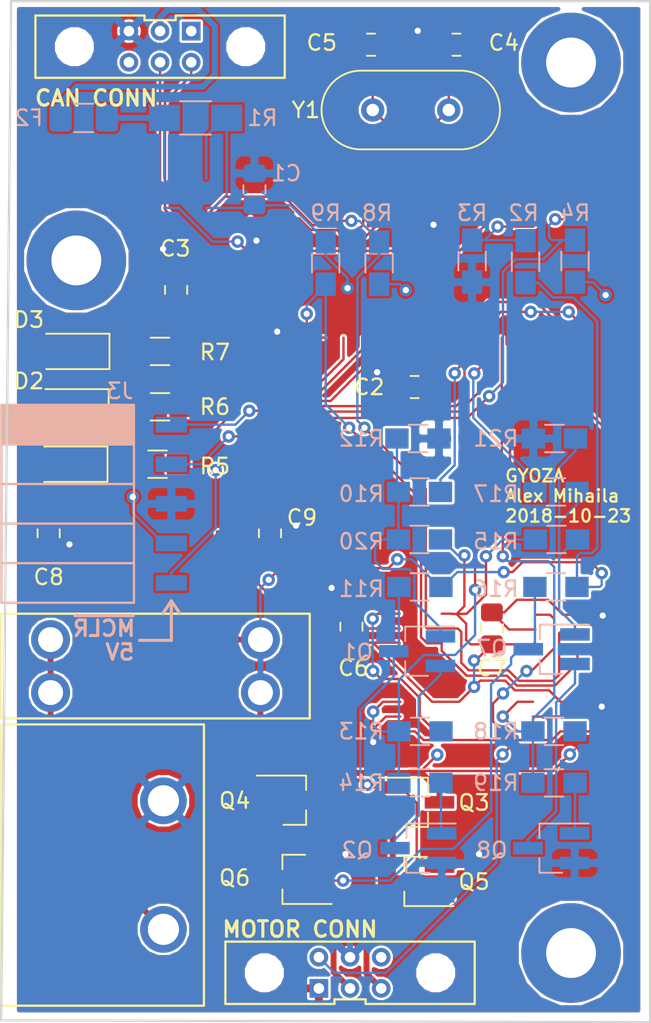
<source format=kicad_pcb>
(kicad_pcb (version 20171130) (host pcbnew 5.0.1)
  (layers (0 F.Cu signal) (31 B.Cu signal) (34 B.Paste user) (35 F.Paste user) (36 B.SilkS user) (37 F.SilkS user) (38 B.Mask user hide) (39 F.Mask user hide) (44 Edge.Cuts user))
  (net 0 "")
  (net 1 "/Linear Actuator Driver/MOTOR_V-")
  (net 2 +5V)
  (net 3 "/Linear Actuator Driver/MOTOR_V+")
  (net 4 GND)
  (net 5 /Microcontroller/MOTOR_FEEDBACK)
  (net 6 CANH)
  (net 7 CANL)
  (net 8 "Net-(J2-Pad1)")
  (net 9 "Net-(F2-Pad2)")
  (net 10 "Net-(F1-Pad1)")
  (net 11 +BATT)
  (net 12 "/Linear Actuator Driver/SCL")
  (net 13 "/Linear Actuator Driver/SDA")
  (net 14 +5VBAT)
  (net 15 "Net-(U6-Pad1)")
  (net 16 "Net-(U4-Pad1)")
  (net 17 "Net-(F2-Pad1)")
  (net 18 "Net-(Q1-Pad1)")
  (net 19 /Microcontroller/VBAT)
  (net 20 "/Linear Actuator Driver/~LIM_LOW")
  (net 21 "Net-(Q8-Pad1)")
  (net 22 "/Linear Actuator Driver/MCU_BWD")
  (net 23 "Net-(Q7-Pad1)")
  (net 24 "/Linear Actuator Driver/~MOTOR_BWD")
  (net 25 "Net-(Q2-Pad1)")
  (net 26 "/Linear Actuator Driver/~LIM_HIGH")
  (net 27 "/Linear Actuator Driver/~MOTOR_FWD")
  (net 28 "/Linear Actuator Driver/MCU_FWD")
  (net 29 "Net-(R7-Pad2)")
  (net 30 "Net-(D3-Pad1)")
  (net 31 "Net-(D2-Pad1)")
  (net 32 "Net-(R6-Pad2)")
  (net 33 "Net-(R5-Pad2)")
  (net 34 "Net-(D1-Pad1)")
  (net 35 /Microcontroller/~MCLR)
  (net 36 /Microcontroller/ICSPDAT)
  (net 37 /Microcontroller/ICSPCLK)
  (net 38 "Net-(Q7-Pad2)")
  (net 39 "Net-(Q1-Pad2)")
  (net 40 /Microcontroller/CURR_AMP)
  (net 41 /Microcontroller/CAN_RX)
  (net 42 /Microcontroller/CAN_TX)
  (net 43 /Microcontroller/OSC2)
  (net 44 /Microcontroller/OSC1)
  (net 45 "Net-(R18-Pad1)")
  (net 46 "Net-(R13-Pad1)")
  (module Resistors_SMD:R_0805_HandSoldering (layer B.Cu) (at 152.781 77.644 90)
    (fp_text reference R8 (at 3.222 -0.127 180) (layer B.SilkS) (effects (justify mirror)))
    (fp_text value 10K)
    (pad 1 smd rect (at -1.35 0 90) (size 1.5 1.3) (layers B.Cu B.Paste B.Mask) (net 2 +5V))
    (pad 2 smd rect (at 1.35 0 90) (size 1.5 1.3) (layers B.Cu B.Paste B.Mask) (net 12 "/Linear Actuator Driver/SCL"))
  )
  (module canhw_footprints:PinHeader_5x2.54_SMD_90deg_952-3198-1-ND (layer B.Cu) (at 139.446 88.011 270)
    (fp_text reference J3 (at -2.159 3.302) (layer B.SilkS) (effects (justify mirror)))
    (fp_text value "Programming Header")
    (pad 1 smd rect (at 0 0 270) (size 1 2) (layers B.Cu B.Paste B.Mask) (net 37 /Microcontroller/ICSPCLK))
    (pad 2 smd rect (at 2.54 0 270) (size 1 2) (layers B.Cu B.Paste B.Mask) (net 36 /Microcontroller/ICSPDAT))
    (pad 3 smd rect (at 5.08 0 270) (size 1 2) (layers B.Cu B.Paste B.Mask) (net 4 GND))
    (pad 4 smd rect (at 7.62 0 270) (size 1 2) (layers B.Cu B.Paste B.Mask) (net 2 +5V))
    (pad 5 smd rect (at 10.16 0 270) (size 1 2) (layers B.Cu B.Paste B.Mask) (net 35 /Microcontroller/~MCLR))
  )
  (module Capacitor_SMD:C_0805_2012Metric_Pad1.15x1.40mm_HandSolder (layer B.Cu) (at 144.78 72.907 270)
    (fp_text reference C1 (at -1.025 -2.032) (layer B.SilkS) (effects (justify mirror)))
    (fp_text value 0.1uF)
    (pad 1 smd roundrect (at -1.025 0 270) (size 1.15 1.4) (layers B.Cu B.Paste B.Mask) (roundrect_rratio 0.217391) (net 4 GND))
    (pad 2 smd roundrect (at 1.025 0 270) (size 1.15 1.4) (layers B.Cu B.Paste B.Mask) (roundrect_rratio 0.217391) (net 2 +5V))
  )
  (module Capacitor_SMD:C_0805_2012Metric_Pad1.15x1.40mm_HandSolder (layer F.Cu) (at 155.058 85.598)
    (fp_text reference C2 (at -2.912 0) (layer F.SilkS))
    (fp_text value 0.1uF)
    (pad 2 smd roundrect (at 1.025 0) (size 1.15 1.4) (layers F.Cu F.Paste F.Mask) (roundrect_rratio 0.217391) (net 2 +5V))
    (pad 1 smd roundrect (at -1.025 0) (size 1.15 1.4) (layers F.Cu F.Paste F.Mask) (roundrect_rratio 0.217391) (net 4 GND))
  )
  (module Capacitor_SMD:C_0805_2012Metric_Pad1.15x1.40mm_HandSolder (layer F.Cu) (at 139.7508 79.366 90)
    (fp_text reference C3 (at 2.658 -0.0508 180) (layer F.SilkS))
    (fp_text value 10uF)
    (pad 1 smd roundrect (at -1.025 0 90) (size 1.15 1.4) (layers F.Cu F.Paste F.Mask) (roundrect_rratio 0.217391) (net 2 +5V))
    (pad 2 smd roundrect (at 1.025 0 90) (size 1.15 1.4) (layers F.Cu F.Paste F.Mask) (roundrect_rratio 0.217391) (net 4 GND))
  )
  (module Capacitor_SMD:C_0805_2012Metric_Pad1.15x1.40mm_HandSolder (layer F.Cu) (at 157.743 63.627 180)
    (fp_text reference C4 (at -3.039 0.127 180) (layer F.SilkS))
    (fp_text value 26pF)
    (pad 2 smd roundrect (at 1.025 0 180) (size 1.15 1.4) (layers F.Cu F.Paste F.Mask) (roundrect_rratio 0.217391) (net 4 GND))
    (pad 1 smd roundrect (at -1.025 0 180) (size 1.15 1.4) (layers F.Cu F.Paste F.Mask) (roundrect_rratio 0.217391) (net 44 /Microcontroller/OSC1))
  )
  (module Capacitor_SMD:C_0805_2012Metric_Pad1.15x1.40mm_HandSolder (layer F.Cu) (at 152.264 63.627)
    (fp_text reference C5 (at -3.166 -0.127) (layer F.SilkS))
    (fp_text value 26pF)
    (pad 1 smd roundrect (at -1.025 0) (size 1.15 1.4) (layers F.Cu F.Paste F.Mask) (roundrect_rratio 0.217391) (net 43 /Microcontroller/OSC2))
    (pad 2 smd roundrect (at 1.025 0) (size 1.15 1.4) (layers F.Cu F.Paste F.Mask) (roundrect_rratio 0.217391) (net 4 GND))
  )
  (module Capacitor_SMD:C_0805_2012Metric_Pad1.15x1.40mm_HandSolder (layer F.Cu) (at 151.003 100.974 270)
    (fp_text reference C6 (at 2.658 -0.127) (layer F.SilkS))
    (fp_text value 0.1uF)
    (pad 2 smd roundrect (at 1.025 0 270) (size 1.15 1.4) (layers F.Cu F.Paste F.Mask) (roundrect_rratio 0.217) (net 14 +5VBAT))
    (pad 1 smd roundrect (at -1.025 0 270) (size 1.15 1.4) (layers F.Cu F.Paste F.Mask) (roundrect_rratio 0.217391) (net 4 GND))
  )
  (module Capacitor_SMD:C_0805_2012Metric_Pad1.15x1.40mm_HandSolder (layer F.Cu) (at 160.02 101.083 270)
    (fp_text reference C7 (at 2.549 0) (layer F.SilkS))
    (fp_text value 0.1uF)
    (pad 1 smd roundrect (at -1.025 0 270) (size 1.15 1.4) (layers F.Cu F.Paste F.Mask) (roundrect_rratio 0.217391) (net 4 GND))
    (pad 2 smd roundrect (at 1.025 0 270) (size 1.15 1.4) (layers F.Cu F.Paste F.Mask) (roundrect_rratio 0.217) (net 14 +5VBAT))
  )
  (module Capacitor_SMD:C_0805_2012Metric_Pad1.15x1.40mm_HandSolder (layer F.Cu) (at 131.572 94.987 90)
    (fp_text reference C8 (at -2.803 0 180) (layer F.SilkS))
    (fp_text value 0.33uF)
    (pad 2 smd roundrect (at 1.025 0 90) (size 1.15 1.4) (layers F.Cu F.Paste F.Mask) (roundrect_rratio 0.217391) (net 4 GND))
    (pad 1 smd roundrect (at -1.025 0 90) (size 1.15 1.4) (layers F.Cu F.Paste F.Mask) (roundrect_rratio 0.217391) (net 11 +BATT))
  )
  (module Capacitor_SMD:C_0805_2012Metric_Pad1.15x1.40mm_HandSolder (layer F.Cu) (at 145.778 94.987 90)
    (fp_text reference C9 (at 1.007 2.05 180) (layer F.SilkS))
    (fp_text value 0.22uF)
    (pad 1 smd roundrect (at -1.025 0 90) (size 1.15 1.4) (layers F.Cu F.Paste F.Mask) (roundrect_rratio 0.217) (net 14 +5VBAT))
    (pad 2 smd roundrect (at 1.025 0 90) (size 1.15 1.4) (layers F.Cu F.Paste F.Mask) (roundrect_rratio 0.217391) (net 4 GND))
  )
  (module Crystal:Crystal_HC49-4H_Vertical (layer F.Cu) (at 157.2514 67.818 180)
    (fp_text reference Y1 (at 9.1694 0 180) (layer F.SilkS))
    (fp_text value Crystal)
    (pad 1 thru_hole circle (at 0 0 180) (size 1.5 1.5) (drill 0.8) (layers *.Cu *.Mask) (net 44 /Microcontroller/OSC1))
    (pad 2 thru_hole circle (at 4.88 0 180) (size 1.5 1.5) (drill 0.8) (layers *.Cu *.Mask) (net 43 /Microcontroller/OSC2))
  )
  (module Fuse:Fuse_1206_3216Metric_Pad1.42x1.75mm_HandSolder (layer B.Cu) (at 133.8215 68.326 180)
    (fp_text reference F2 (at 3.5195 0 180) (layer B.SilkS) (effects (justify mirror)))
    (fp_text value Polyfuse)
    (pad 1 smd roundrect (at -1.4875 0 180) (size 1.425 1.75) (layers B.Cu B.Paste B.Mask) (roundrect_rratio 0.175439) (net 17 "Net-(F2-Pad1)"))
    (pad 2 smd roundrect (at 1.4875 0 180) (size 1.425 1.75) (layers B.Cu B.Paste B.Mask) (roundrect_rratio 0.175439) (net 9 "Net-(F2-Pad2)"))
  )
  (module LED_SMD:LED_1206_3216Metric_Pad1.42x1.75mm_HandSolder (layer F.Cu) (at 132.889192 90.549229 180)
    (fp_text reference D1 (at 2.587192 1.776229 180) (layer F.SilkS))
    (fp_text value LED)
    (pad 1 smd roundrect (at -1.4875 0 180) (size 1.425 1.75) (layers F.Cu F.Paste F.Mask) (roundrect_rratio 0.175439) (net 34 "Net-(D1-Pad1)"))
    (pad 2 smd roundrect (at 1.4875 0 180) (size 1.425 1.75) (layers F.Cu F.Paste F.Mask) (roundrect_rratio 0.175439) (net 2 +5V))
  )
  (module LED_SMD:LED_1206_3216Metric_Pad1.42x1.75mm_HandSolder (layer F.Cu) (at 132.962192 86.866229 180)
    (fp_text reference D2 (at 2.660192 1.649229 180) (layer F.SilkS))
    (fp_text value LED)
    (pad 2 smd roundrect (at 1.4875 0 180) (size 1.425 1.75) (layers F.Cu F.Paste F.Mask) (roundrect_rratio 0.175439) (net 2 +5V))
    (pad 1 smd roundrect (at -1.4875 0 180) (size 1.425 1.75) (layers F.Cu F.Paste F.Mask) (roundrect_rratio 0.175439) (net 31 "Net-(D2-Pad1)"))
  )
  (module LED_SMD:LED_1206_3216Metric_Pad1.42x1.75mm_HandSolder (layer F.Cu) (at 133.016192 83.310229 180)
    (fp_text reference D3 (at 2.714192 2.030229 180) (layer F.SilkS))
    (fp_text value LED)
    (pad 1 smd roundrect (at -1.4875 0 180) (size 1.425 1.75) (layers F.Cu F.Paste F.Mask) (roundrect_rratio 0.175439) (net 30 "Net-(D3-Pad1)"))
    (pad 2 smd roundrect (at 1.4875 0 180) (size 1.425 1.75) (layers F.Cu F.Paste F.Mask) (roundrect_rratio 0.175439) (net 2 +5V))
  )
  (module Package_TO_SOT_SMD:SOT-23_Handsoldering (layer B.Cu) (at 155.218 102.55 180)
    (fp_text reference Q1 (at 3.834 -0.066 180) (layer B.SilkS) (effects (justify mirror)))
    (fp_text value 2N7002P)
    (pad 3 smd rect (at 1.5 0 180) (size 1.9 0.8) (layers B.Cu B.Paste B.Mask) (net 27 "/Linear Actuator Driver/~MOTOR_FWD"))
    (pad 2 smd rect (at -1.5 -0.95 180) (size 1.9 0.8) (layers B.Cu B.Paste B.Mask) (net 39 "Net-(Q1-Pad2)"))
    (pad 1 smd rect (at -1.5 0.95 180) (size 1.9 0.8) (layers B.Cu B.Paste B.Mask) (net 18 "Net-(Q1-Pad1)"))
  )
  (module Package_TO_SOT_SMD:SOT-23_Handsoldering (layer B.Cu) (at 155.297 115.189 180)
    (fp_text reference Q2 (at 3.913 -0.127 180) (layer B.SilkS) (effects (justify mirror)))
    (fp_text value 2N7002P)
    (pad 1 smd rect (at -1.5 0.95 180) (size 1.9 0.8) (layers B.Cu B.Paste B.Mask) (net 25 "Net-(Q2-Pad1)"))
    (pad 2 smd rect (at -1.5 -0.95 180) (size 1.9 0.8) (layers B.Cu B.Paste B.Mask) (net 4 GND))
    (pad 3 smd rect (at 1.5 0 180) (size 1.9 0.8) (layers B.Cu B.Paste B.Mask) (net 39 "Net-(Q1-Pad2)"))
  )
  (module Package_TO_SOT_SMD:SOT-23_Handsoldering (layer F.Cu) (at 155.158113 112.247906)
    (fp_text reference Q3 (at 3.718887 0.020094) (layer F.SilkS))
    (fp_text value DMP3099L)
    (pad 3 smd rect (at 1.5 0) (size 1.9 0.8) (layers F.Cu F.Paste F.Mask) (net 11 +BATT))
    (pad 2 smd rect (at -1.5 0.95) (size 1.9 0.8) (layers F.Cu F.Paste F.Mask) (net 3 "/Linear Actuator Driver/MOTOR_V+"))
    (pad 1 smd rect (at -1.5 -0.95) (size 1.9 0.8) (layers F.Cu F.Paste F.Mask) (net 27 "/Linear Actuator Driver/~MOTOR_FWD"))
  )
  (module Package_TO_SOT_SMD:SOT-23_Handsoldering (layer F.Cu) (at 147.334838 112.112793)
    (fp_text reference Q4 (at -3.824838 0.028207) (layer F.SilkS))
    (fp_text value DMP3099L)
    (pad 1 smd rect (at -1.5 -0.95) (size 1.9 0.8) (layers F.Cu F.Paste F.Mask) (net 24 "/Linear Actuator Driver/~MOTOR_BWD"))
    (pad 2 smd rect (at -1.5 0.95) (size 1.9 0.8) (layers F.Cu F.Paste F.Mask) (net 1 "/Linear Actuator Driver/MOTOR_V-"))
    (pad 3 smd rect (at 1.5 0) (size 1.9 0.8) (layers F.Cu F.Paste F.Mask) (net 11 +BATT))
  )
  (module Package_TO_SOT_SMD:SOT-23_Handsoldering (layer F.Cu) (at 155.158113 117.327906 180)
    (fp_text reference Q5 (at -3.718887 -0.020094 180) (layer F.SilkS))
    (fp_text value BSS316N)
    (pad 3 smd rect (at 1.5 0 180) (size 1.9 0.8) (layers F.Cu F.Paste F.Mask) (net 3 "/Linear Actuator Driver/MOTOR_V+"))
    (pad 2 smd rect (at -1.5 0.95 180) (size 1.9 0.8) (layers F.Cu F.Paste F.Mask) (net 4 GND))
    (pad 1 smd rect (at -1.5 -0.95 180) (size 1.9 0.8) (layers F.Cu F.Paste F.Mask) (net 27 "/Linear Actuator Driver/~MOTOR_FWD"))
  )
  (module Package_TO_SOT_SMD:SOT-23_Handsoldering (layer B.Cu) (at 163.854 102.423 180)
    (fp_text reference Q7 (at 3.834 0.061 180) (layer B.SilkS) (effects (justify mirror)))
    (fp_text value 2N7002P)
    (pad 1 smd rect (at -1.5 0.95 180) (size 1.9 0.8) (layers B.Cu B.Paste B.Mask) (net 23 "Net-(Q7-Pad1)"))
    (pad 2 smd rect (at -1.5 -0.95 180) (size 1.9 0.8) (layers B.Cu B.Paste B.Mask) (net 38 "Net-(Q7-Pad2)"))
    (pad 3 smd rect (at 1.5 0 180) (size 1.9 0.8) (layers B.Cu B.Paste B.Mask) (net 24 "/Linear Actuator Driver/~MOTOR_BWD"))
  )
  (module Package_TO_SOT_SMD:SOT-23_Handsoldering (layer B.Cu) (at 163.83 115.189 180)
    (fp_text reference Q8 (at 3.81 -0.127 180) (layer B.SilkS) (effects (justify mirror)))
    (fp_text value 2N7002P)
    (pad 3 smd rect (at 1.5 0 180) (size 1.9 0.8) (layers B.Cu B.Paste B.Mask) (net 38 "Net-(Q7-Pad2)"))
    (pad 2 smd rect (at -1.5 -0.95 180) (size 1.9 0.8) (layers B.Cu B.Paste B.Mask) (net 4 GND))
    (pad 1 smd rect (at -1.5 0.95 180) (size 1.9 0.8) (layers B.Cu B.Paste B.Mask) (net 21 "Net-(Q8-Pad1)"))
  )
  (module Package_TO_SOT_SMD:SOT-23_Handsoldering (layer F.Cu) (at 147.334838 117.192793 180)
    (fp_text reference Q6 (at 3.824838 0.098793 180) (layer F.SilkS))
    (fp_text value BSS316N)
    (pad 1 smd rect (at -1.5 -0.95 180) (size 1.9 0.8) (layers F.Cu F.Paste F.Mask) (net 24 "/Linear Actuator Driver/~MOTOR_BWD"))
    (pad 2 smd rect (at -1.5 0.95 180) (size 1.9 0.8) (layers F.Cu F.Paste F.Mask) (net 4 GND))
    (pad 3 smd rect (at 1.5 0 180) (size 1.9 0.8) (layers F.Cu F.Paste F.Mask) (net 1 "/Linear Actuator Driver/MOTOR_V-"))
  )
  (module Resistors_SMD:R_0805_HandSoldering (layer B.Cu) (at 164.037 88.9)
    (fp_text reference R21 (at -3.763 0) (layer B.SilkS) (effects (justify mirror)))
    (fp_text value DNP)
    (pad 1 smd rect (at -1.35 0) (size 1.5 1.3) (layers B.Cu B.Paste B.Mask) (net 4 GND))
    (pad 2 smd rect (at 1.35 0) (size 1.5 1.3) (layers B.Cu B.Paste B.Mask) (net 23 "Net-(Q7-Pad1)"))
  )
  (module Resistors_SMD:R_0805_HandSoldering (layer B.Cu) (at 158.75 77.517 270)
    (fp_text reference R3 (at -3.095 0) (layer B.SilkS) (effects (justify mirror)))
    (fp_text value 15K)
    (pad 2 smd rect (at 1.35 0 270) (size 1.5 1.3) (layers B.Cu B.Paste B.Mask) (net 4 GND))
    (pad 1 smd rect (at -1.35 0 270) (size 1.5 1.3) (layers B.Cu B.Paste B.Mask) (net 19 /Microcontroller/VBAT))
  )
  (module Resistors_SMD:R_0805_HandSoldering (layer B.Cu) (at 165.354 77.517 90)
    (fp_text reference R4 (at 3.095 0 180) (layer B.SilkS) (effects (justify mirror)))
    (fp_text value 10K)
    (pad 1 smd rect (at -1.35 0 90) (size 1.5 1.3) (layers B.Cu B.Paste B.Mask) (net 2 +5V))
    (pad 2 smd rect (at 1.35 0 90) (size 1.5 1.3) (layers B.Cu B.Paste B.Mask) (net 35 /Microcontroller/~MCLR))
  )
  (module Resistors_SMD:R_0805_HandSoldering (layer F.Cu) (at 138.560692 90.549229)
    (fp_text reference R5 (at 3.679308 0.128771) (layer F.SilkS))
    (fp_text value 330R)
    (pad 2 smd rect (at 1.35 0) (size 1.5 1.3) (layers F.Cu F.Paste F.Mask) (net 33 "Net-(R5-Pad2)"))
    (pad 1 smd rect (at -1.35 0) (size 1.5 1.3) (layers F.Cu F.Paste F.Mask) (net 34 "Net-(D1-Pad1)"))
  )
  (module Resistors_SMD:R_0805_HandSoldering (layer F.Cu) (at 138.720692 86.866229)
    (fp_text reference R6 (at 3.519308 0.001771) (layer F.SilkS))
    (fp_text value 330R)
    (pad 1 smd rect (at -1.35 0) (size 1.5 1.3) (layers F.Cu F.Paste F.Mask) (net 31 "Net-(D2-Pad1)"))
    (pad 2 smd rect (at 1.35 0) (size 1.5 1.3) (layers F.Cu F.Paste F.Mask) (net 32 "Net-(R6-Pad2)"))
  )
  (module Resistors_SMD:R_0805_HandSoldering (layer F.Cu) (at 138.720692 83.310229)
    (fp_text reference R7 (at 3.519308 0.052571) (layer F.SilkS))
    (fp_text value 330R)
    (pad 2 smd rect (at 1.35 0) (size 1.5 1.3) (layers F.Cu F.Paste F.Mask) (net 29 "Net-(R7-Pad2)"))
    (pad 1 smd rect (at -1.35 0) (size 1.5 1.3) (layers F.Cu F.Paste F.Mask) (net 30 "Net-(D3-Pad1)"))
  )
  (module Resistors_SMD:R_0805_HandSoldering (layer B.Cu) (at 149.352 77.644 270)
    (fp_text reference R9 (at -3.222 0) (layer B.SilkS) (effects (justify mirror)))
    (fp_text value 10K)
    (pad 2 smd rect (at 1.35 0 270) (size 1.5 1.3) (layers B.Cu B.Paste B.Mask) (net 13 "/Linear Actuator Driver/SDA"))
    (pad 1 smd rect (at -1.35 0 270) (size 1.5 1.3) (layers B.Cu B.Paste B.Mask) (net 2 +5V))
  )
  (module Resistors_SMD:R_0805_HandSoldering (layer B.Cu) (at 155.368 92.329)
    (fp_text reference R10 (at -3.73 0.127) (layer B.SilkS) (effects (justify mirror)))
    (fp_text value 130R)
    (pad 1 smd rect (at -1.35 0) (size 1.5 1.3) (layers B.Cu B.Paste B.Mask) (net 18 "Net-(Q1-Pad1)"))
    (pad 2 smd rect (at 1.35 0) (size 1.5 1.3) (layers B.Cu B.Paste B.Mask) (net 28 "/Linear Actuator Driver/MCU_FWD"))
  )
  (module Resistors_SMD:R_0805_HandSoldering (layer B.Cu) (at 155.401 98.425 180)
    (fp_text reference R11 (at 3.763 -0.127 180) (layer B.SilkS) (effects (justify mirror)))
    (fp_text value 15K)
    (pad 2 smd rect (at 1.35 0 180) (size 1.5 1.3) (layers B.Cu B.Paste B.Mask) (net 27 "/Linear Actuator Driver/~MOTOR_FWD"))
    (pad 1 smd rect (at -1.35 0 180) (size 1.5 1.3) (layers B.Cu B.Paste B.Mask) (net 11 +BATT))
  )
  (module Resistors_SMD:R_0805_HandSoldering (layer B.Cu) (at 155.274 88.9)
    (fp_text reference R12 (at -3.636 0) (layer B.SilkS) (effects (justify mirror)))
    (fp_text value 10K)
    (pad 1 smd rect (at -1.35 0) (size 1.5 1.3) (layers B.Cu B.Paste B.Mask) (net 18 "Net-(Q1-Pad1)"))
    (pad 2 smd rect (at 1.35 0) (size 1.5 1.3) (layers B.Cu B.Paste B.Mask) (net 4 GND))
  )
  (module Resistors_SMD:R_0805_HandSoldering (layer B.Cu) (at 155.401 107.696 180)
    (fp_text reference R13 (at 3.763 0 180) (layer B.SilkS) (effects (justify mirror)))
    (fp_text value 10K)
    (pad 2 smd rect (at 1.35 0 180) (size 1.5 1.3) (layers B.Cu B.Paste B.Mask) (net 26 "/Linear Actuator Driver/~LIM_HIGH"))
    (pad 1 smd rect (at -1.35 0 180) (size 1.5 1.3) (layers B.Cu B.Paste B.Mask) (net 46 "Net-(R13-Pad1)"))
  )
  (module Resistors_SMD:R_0805_HandSoldering (layer B.Cu) (at 155.401 110.998 180)
    (fp_text reference R14 (at 3.763 0 180) (layer B.SilkS) (effects (justify mirror)))
    (fp_text value 500R)
    (pad 1 smd rect (at -1.35 0 180) (size 1.5 1.3) (layers B.Cu B.Paste B.Mask) (net 25 "Net-(Q2-Pad1)"))
    (pad 2 smd rect (at 1.35 0 180) (size 1.5 1.3) (layers B.Cu B.Paste B.Mask) (net 26 "/Linear Actuator Driver/~LIM_HIGH"))
  )
  (module Resistors_SMD:R_0805_HandSoldering (layer B.Cu) (at 164.164 95.377)
    (fp_text reference R15 (at -3.89 0.127) (layer B.SilkS) (effects (justify mirror)))
    (fp_text value 10K)
    (pad 2 smd rect (at 1.35 0) (size 1.5 1.3) (layers B.Cu B.Paste B.Mask) (net 23 "Net-(Q7-Pad1)"))
    (pad 1 smd rect (at -1.35 0) (size 1.5 1.3) (layers B.Cu B.Paste B.Mask) (net 14 +5VBAT))
  )
  (module Resistors_SMD:R_0805_HandSoldering (layer B.Cu) (at 164.131 98.425 180)
    (fp_text reference R16 (at 3.857 -0.127 180) (layer B.SilkS) (effects (justify mirror)))
    (fp_text value 15K)
    (pad 1 smd rect (at -1.35 0 180) (size 1.5 1.3) (layers B.Cu B.Paste B.Mask) (net 11 +BATT))
    (pad 2 smd rect (at 1.35 0 180) (size 1.5 1.3) (layers B.Cu B.Paste B.Mask) (net 24 "/Linear Actuator Driver/~MOTOR_BWD"))
  )
  (module Resistors_SMD:R_0805_HandSoldering (layer B.Cu) (at 164.131 92.329 180)
    (fp_text reference R17 (at 3.857 -0.127 180) (layer B.SilkS) (effects (justify mirror)))
    (fp_text value 130R)
    (pad 2 smd rect (at 1.35 0 180) (size 1.5 1.3) (layers B.Cu B.Paste B.Mask) (net 22 "/Linear Actuator Driver/MCU_BWD"))
    (pad 1 smd rect (at -1.35 0 180) (size 1.5 1.3) (layers B.Cu B.Paste B.Mask) (net 23 "Net-(Q7-Pad1)"))
  )
  (module Resistors_SMD:R_0805_HandSoldering (layer B.Cu) (at 164.004 107.696 180)
    (fp_text reference R18 (at 3.73 0 180) (layer B.SilkS) (effects (justify mirror)))
    (fp_text value 10K)
    (pad 1 smd rect (at -1.35 0 180) (size 1.5 1.3) (layers B.Cu B.Paste B.Mask) (net 45 "Net-(R18-Pad1)"))
    (pad 2 smd rect (at 1.35 0 180) (size 1.5 1.3) (layers B.Cu B.Paste B.Mask) (net 20 "/Linear Actuator Driver/~LIM_LOW"))
  )
  (module Resistors_SMD:R_0805_HandSoldering (layer B.Cu) (at 164.004 110.998 180)
    (fp_text reference R19 (at 3.73 0 180) (layer B.SilkS) (effects (justify mirror)))
    (fp_text value 500R)
    (pad 2 smd rect (at 1.35 0 180) (size 1.5 1.3) (layers B.Cu B.Paste B.Mask) (net 20 "/Linear Actuator Driver/~LIM_LOW"))
    (pad 1 smd rect (at -1.35 0 180) (size 1.5 1.3) (layers B.Cu B.Paste B.Mask) (net 21 "Net-(Q8-Pad1)"))
  )
  (module Resistors_SMD:R_0805_HandSoldering (layer B.Cu) (at 162.179 77.55 90)
    (fp_text reference R2 (at 3.128 -0.127 180) (layer B.SilkS) (effects (justify mirror)))
    (fp_text value 20K)
    (pad 1 smd rect (at -1.35 0 90) (size 1.5 1.3) (layers B.Cu B.Paste B.Mask) (net 11 +BATT))
    (pad 2 smd rect (at 1.35 0 90) (size 1.5 1.3) (layers B.Cu B.Paste B.Mask) (net 19 /Microcontroller/VBAT))
  )
  (module Resistors_SMD:R_0805_HandSoldering (layer B.Cu) (at 155.368 95.377)
    (fp_text reference R20 (at -3.73 0.127) (layer B.SilkS) (effects (justify mirror)))
    (fp_text value DNP)
    (pad 2 smd rect (at 1.35 0) (size 1.5 1.3) (layers B.Cu B.Paste B.Mask) (net 14 +5VBAT))
    (pad 1 smd rect (at -1.35 0) (size 1.5 1.3) (layers B.Cu B.Paste B.Mask) (net 18 "Net-(Q1-Pad1)"))
  )
  (module Resistors_SMD:R_1206_HandSoldering (layer B.Cu) (at 141.002 68.326 180)
    (fp_text reference R1 (at -4.286 0 180) (layer B.SilkS) (effects (justify mirror)))
    (fp_text value 200mR)
    (pad 2 smd rect (at 2 0 180) (size 2 1.7) (layers B.Cu B.Paste B.Mask) (net 17 "Net-(F2-Pad1)"))
    (pad 1 smd rect (at -2 0 180) (size 2 1.7) (layers B.Cu B.Paste B.Mask) (net 2 +5V))
  )
  (module canhw_footprints:BarrierBlock_ED2945-ND (layer F.Cu) (at 138.938 120.401 90)
    (fp_text reference J1 hide)
    (fp_text value "Motor Power")
    (pad 1 thru_hole circle (at 0 0 90) (size 3 3) (drill 2) (layers *.Cu *.Mask) (net 10 "Net-(F1-Pad1)"))
    (pad 2 thru_hole circle (at 8.25 0 90) (size 3 3) (drill 2) (layers *.Cu *.Mask) (net 4 GND))
  )
  (module canhw_footprints:Fuseholder_36-3557-15-ND (layer F.Cu) (at 138.43 103.505 180)
    (fp_text reference F1 hide)
    (fp_text value 10A)
    (pad 1 thru_hole circle (at 6.735 1.7 180) (size 2.5 2.5) (drill 1.6) (layers *.Cu *.Mask) (net 10 "Net-(F1-Pad1)"))
    (pad 1 thru_hole circle (at 6.735 -1.7 180) (size 2.5 2.5) (drill 1.6) (layers *.Cu *.Mask) (net 10 "Net-(F1-Pad1)"))
    (pad 2 thru_hole circle (at -6.735 -1.7 180) (size 2.5 2.5) (drill 1.6) (layers *.Cu *.Mask) (net 11 +BATT))
    (pad 2 thru_hole circle (at -6.735 1.7 180) (size 2.5 2.5) (drill 1.6) (layers *.Cu *.Mask) (net 11 +BATT))
  )
  (module canhw_footprints:connector_Harwin_M80-5000642 (layer F.Cu) (at 138.723 63.754 180)
    (fp_text reference J2 hide)
    (fp_text value "CAN Bus Conn")
    (pad "" np_thru_hole circle (at -5.5 0 180) (size 2.2 2.2) (drill 2.2) (layers *.Cu *.Mask))
    (pad "" np_thru_hole circle (at 5.5 0 180) (size 2.2 2.2) (drill 2.2) (layers *.Cu *.Mask))
    (pad 4 thru_hole circle (at -2 -1 180) (size 1.2 1.2) (drill 0.68) (layers *.Cu *.Mask) (net 6 CANH))
    (pad 5 thru_hole circle (at 0 -1 180) (size 1.2 1.2) (drill 0.68) (layers *.Cu *.Mask) (net 7 CANL))
    (pad 6 thru_hole circle (at 2 -1 180) (size 1.2 1.2) (drill 0.68) (layers *.Cu *.Mask))
    (pad 3 thru_hole circle (at 2 1 180) (size 1.2 1.2) (drill 0.68) (layers *.Cu *.Mask) (net 4 GND))
    (pad 1 thru_hole rect (at -2 1 180) (size 1.2 1.2) (drill 0.68) (layers *.Cu *.Mask) (net 8 "Net-(J2-Pad1)"))
    (pad 2 thru_hole circle (at 0 1 180) (size 1.2 1.2) (drill 0.68) (layers *.Cu *.Mask) (net 9 "Net-(F2-Pad2)"))
  )
  (module canhw_footprints:connector_Harwin_M80-5000642 (layer F.Cu) (at 150.915 123.19)
    (fp_text reference J4 hide)
    (fp_text value "Linear Actuator Connector")
    (pad 2 thru_hole circle (at 0 1) (size 1.2 1.2) (drill 0.68) (layers *.Cu *.Mask) (net 1 "/Linear Actuator Driver/MOTOR_V-"))
    (pad 1 thru_hole rect (at -2 1) (size 1.2 1.2) (drill 0.68) (layers *.Cu *.Mask) (net 2 +5V))
    (pad 3 thru_hole circle (at 2 1) (size 1.2 1.2) (drill 0.68) (layers *.Cu *.Mask) (net 3 "/Linear Actuator Driver/MOTOR_V+"))
    (pad 6 thru_hole circle (at 2 -1) (size 1.2 1.2) (drill 0.68) (layers *.Cu *.Mask))
    (pad 5 thru_hole circle (at 0 -1) (size 1.2 1.2) (drill 0.68) (layers *.Cu *.Mask) (net 4 GND))
    (pad 4 thru_hole circle (at -2 -1) (size 1.2 1.2) (drill 0.68) (layers *.Cu *.Mask) (net 5 /Microcontroller/MOTOR_FEEDBACK))
    (pad "" np_thru_hole circle (at 5.5 0) (size 2.2 2.2) (drill 2.2) (layers *.Cu *.Mask))
    (pad "" np_thru_hole circle (at -5.5 0) (size 2.2 2.2) (drill 2.2) (layers *.Cu *.Mask))
  )
  (module MountingHole:MountingHole_3.2mm_M3_Pad (layer F.Cu) (at 133.35 77.47)
    (fp_text reference REF** hide)
    (fp_text value MountingHole_3.2mm_M3_Pad)
    (pad 1 thru_hole circle (at 0 0) (size 6.4 6.4) (drill 3.2) (layers *.Cu *.Mask))
  )
  (module MountingHole:MountingHole_3.2mm_M3_Pad (layer F.Cu) (at 165.1 64.77)
    (fp_text reference REF** hide)
    (fp_text value MountingHole_3.2mm_M3_Pad)
    (pad 1 thru_hole circle (at 0 0) (size 6.4 6.4) (drill 3.2) (layers *.Cu *.Mask))
  )
  (module MountingHole:MountingHole_3.2mm_M3_Pad (layer F.Cu) (at 165.1 121.92)
    (fp_text reference REF** hide)
    (fp_text value MountingHole_3.2mm_M3_Pad)
    (pad 1 thru_hole circle (at 0 0) (size 6.4 6.4) (drill 3.2) (layers *.Cu *.Mask))
  )
  (gr_text "MOTOR CONN" (at 147.701 120.396) (layer F.SilkS) (effects (font (size 1 1) (thickness 0.2))))
  (gr_text "GYOZA\nAlex Mihaila\n2018-10-23" (at 160.782 92.583) (layer F.SilkS) (effects (font (size 0.8 0.8)) (justify left)))
  (gr_text "CAN CONN" (at 134.62 67.056) (layer F.SilkS) (effects (font (size 1 1) (thickness 0.2))))
  (gr_line (start 139.446 99.314) (end 138.938 100.076) (layer B.SilkS) (width 0.2))
  (gr_line (start 139.954 100.076) (end 139.446 99.314) (layer B.SilkS) (width 0.2))
  (gr_line (start 137.414 101.854) (end 137.668 101.854) (layer B.SilkS) (width 0.2))
  (gr_line (start 139.446 101.854) (end 137.414 101.854) (layer B.SilkS) (width 0.2))
  (gr_line (start 139.446 99.314) (end 139.446 101.854) (layer B.SilkS) (width 0.2))
  (gr_text 5V (at 136.144 102.616) (layer B.SilkS) (effects (font (size 1 1) (thickness 0.2)) (justify mirror)))
  (gr_text ~MCLR (at 135.128 101.092) (layer B.SilkS) (effects (font (size 1 1) (thickness 0.2)) (justify mirror)))
  (gr_line (start 128.524 126.238) (end 129.159 60.833) (layer Edge.Cuts) (width 0.15))
  (gr_line (start 170.18 126.365) (end 128.524 126.238) (layer Edge.Cuts) (width 0.15))
  (gr_line (start 170.18 60.833) (end 170.18 126.365) (layer Edge.Cuts) (width 0.15))
  (gr_line (start 129.159 60.833) (end 170.18 60.833) (layer Edge.Cuts) (width 0.15))
  (segment (start 145.834838 113.843793) (end 145.834838 117.192793) (width 0.381) (layer F.Cu) (net 1))
  (segment (start 145.834838 113.062793) (end 145.834838 113.843793) (width 0.381) (layer F.Cu) (net 1))
  (segment (start 150.315001 123.590001) (end 150.915 124.19) (width 0.381) (layer F.Cu) (net 1))
  (segment (start 149.857901 123.132901) (end 150.315001 123.590001) (width 0.381) (layer F.Cu) (net 1))
  (segment (start 149.857901 121.215856) (end 149.857901 123.132901) (width 0.381) (layer F.Cu) (net 1))
  (segment (start 145.834838 117.192793) (end 149.857901 121.215856) (width 0.381) (layer F.Cu) (net 1))
  (segment (start 142.852 68.326) (end 143.002 68.326) (width 0.1524) (layer B.Cu) (net 2))
  (segment (start 141.685 69.493) (end 142.852 68.326) (width 0.1524) (layer B.Cu) (net 2))
  (segment (start 141.685 72.202) (end 141.685 69.493) (width 0.1524) (layer B.Cu) (net 2))
  (segment (start 155.575 85.09) (end 156.083 85.598) (width 0.1524) (layer F.Cu) (net 2))
  (segment (start 155.575 82.424) (end 155.575 85.09) (width 0.1524) (layer F.Cu) (net 2))
  (via (at 136.9695 92.6465) (size 0.8) (drill 0.4) (layers F.Cu B.Cu) (net 2))
  (segment (start 137.0965 92.7735) (end 137.3505 92.7735) (width 0.1524) (layer F.Cu) (net 2))
  (segment (start 136.9695 92.6465) (end 137.0965 92.7735) (width 0.1524) (layer F.Cu) (net 2))
  (segment (start 144.61 74.102) (end 144.78 73.932) (width 0.1524) (layer B.Cu) (net 2))
  (segment (start 141.685 74.102) (end 144.61 74.102) (width 0.1524) (layer B.Cu) (net 2))
  (segment (start 149.352 76.194) (end 149.352 76.294) (width 0.1524) (layer B.Cu) (net 2))
  (segment (start 147.09 73.932) (end 149.352 76.194) (width 0.1524) (layer B.Cu) (net 2))
  (segment (start 144.78 73.932) (end 147.09 73.932) (width 0.1524) (layer B.Cu) (net 2))
  (via (at 154.4955 79.375) (size 0.8) (drill 0.4) (layers F.Cu B.Cu) (net 2))
  (segment (start 154.1145 78.994) (end 154.4955 79.375) (width 0.1524) (layer B.Cu) (net 2))
  (segment (start 152.781 78.994) (end 154.1145 78.994) (width 0.1524) (layer B.Cu) (net 2))
  (via (at 167.3225 79.6925) (size 0.8) (drill 0.4) (layers F.Cu B.Cu) (net 2))
  (segment (start 166.497 78.867) (end 167.3225 79.6925) (width 0.1524) (layer B.Cu) (net 2))
  (segment (start 165.354 78.867) (end 166.497 78.867) (width 0.1524) (layer B.Cu) (net 2))
  (segment (start 142.494 76.2) (end 142.5575 76.1365) (width 0.1524) (layer F.Cu) (net 2))
  (segment (start 142.494 76.2635) (end 142.494 76.2) (width 0.1524) (layer F.Cu) (net 2))
  (segment (start 143.256 74.77) (end 143.256 75.6974) (width 0.1524) (layer F.Cu) (net 2))
  (segment (start 142.6899 76.2635) (end 142.5575 76.1365) (width 0.1524) (layer F.Cu) (net 2))
  (segment (start 143.256 75.6974) (end 142.6899 76.2635) (width 0.1524) (layer F.Cu) (net 2))
  (segment (start 142.14 74.102) (end 141.685 74.102) (width 0.1524) (layer B.Cu) (net 2))
  (segment (start 143.002 73.24) (end 142.14 74.102) (width 0.1524) (layer B.Cu) (net 2))
  (segment (start 143.002 68.326) (end 143.002 73.24) (width 0.1524) (layer B.Cu) (net 2))
  (segment (start 149.352 76.294) (end 149.352 77.1964) (width 0.1524) (layer B.Cu) (net 2))
  (segment (start 149.352 77.1964) (end 150.75539 78.59979) (width 0.1524) (layer B.Cu) (net 2))
  (via (at 150.75539 79.248) (size 0.8) (drill 0.4) (layers F.Cu B.Cu) (net 2))
  (segment (start 150.75539 78.59979) (end 150.75539 78.682315) (width 0.1524) (layer B.Cu) (net 2))
  (segment (start 150.75539 78.682315) (end 150.75539 79.248) (width 0.1524) (layer B.Cu) (net 2))
  (segment (start 136.9822 92.6592) (end 136.9695 92.6465) (width 0.1524) (layer B.Cu) (net 2))
  (segment (start 136.9695 93.212185) (end 136.9695 92.6465) (width 0.1524) (layer B.Cu) (net 2))
  (segment (start 136.9695 93.6545) (end 136.9695 93.212185) (width 0.1524) (layer B.Cu) (net 2))
  (segment (start 138.946 95.631) (end 136.9695 93.6545) (width 0.1524) (layer B.Cu) (net 2))
  (segment (start 139.446 95.631) (end 138.946 95.631) (width 0.1524) (layer B.Cu) (net 2))
  (segment (start 153.658113 113.978906) (end 153.658113 117.327906) (width 0.381) (layer F.Cu) (net 3))
  (segment (start 153.658113 113.197906) (end 153.658113 113.978906) (width 0.381) (layer F.Cu) (net 3))
  (segment (start 152.315001 123.590001) (end 152.915 124.19) (width 0.381) (layer F.Cu) (net 3))
  (segment (start 151.972099 123.247099) (end 152.315001 123.590001) (width 0.381) (layer F.Cu) (net 3))
  (segment (start 151.972099 119.79492) (end 151.972099 123.247099) (width 0.381) (layer F.Cu) (net 3))
  (segment (start 153.658113 118.108906) (end 151.972099 119.79492) (width 0.381) (layer F.Cu) (net 3))
  (segment (start 153.658113 117.327906) (end 153.658113 118.108906) (width 0.381) (layer F.Cu) (net 3))
  (segment (start 161.12 101.158) (end 162.814 101.158) (width 0.1524) (layer F.Cu) (net 4))
  (segment (start 160.02 100.058) (end 161.12 101.158) (width 0.1524) (layer F.Cu) (net 4))
  (segment (start 160.82 100.058) (end 161.6275 99.2505) (width 0.1524) (layer F.Cu) (net 4))
  (segment (start 160.02 100.058) (end 160.82 100.058) (width 0.1524) (layer F.Cu) (net 4))
  (segment (start 164.5816 100.208) (end 165.514 100.208) (width 0.1524) (layer F.Cu) (net 4))
  (segment (start 163.6241 99.2505) (end 164.5816 100.208) (width 0.1524) (layer F.Cu) (net 4))
  (segment (start 161.6275 99.2505) (end 163.6241 99.2505) (width 0.1524) (layer F.Cu) (net 4))
  (segment (start 154.033 82.696) (end 154.305 82.424) (width 0.1524) (layer F.Cu) (net 4))
  (segment (start 154.033 85.598) (end 154.033 82.696) (width 0.1524) (layer F.Cu) (net 4))
  (via (at 152.654 84.6455) (size 0.8) (drill 0.4) (layers F.Cu B.Cu) (net 4))
  (segment (start 152.7835 84.6455) (end 152.654 84.6455) (width 0.1524) (layer F.Cu) (net 4))
  (segment (start 154.305 83.124) (end 152.7835 84.6455) (width 0.1524) (layer F.Cu) (net 4))
  (segment (start 154.305 82.424) (end 154.305 83.124) (width 0.1524) (layer F.Cu) (net 4))
  (segment (start 153.289 63.627) (end 156.718 63.627) (width 0.1524) (layer F.Cu) (net 4))
  (via (at 155.2575 62.738) (size 0.8) (drill 0.4) (layers F.Cu B.Cu) (net 4))
  (segment (start 154.3685 63.627) (end 155.2575 62.738) (width 0.1524) (layer F.Cu) (net 4))
  (segment (start 153.289 63.627) (end 154.3685 63.627) (width 0.1524) (layer F.Cu) (net 4))
  (segment (start 133.9566 94.869) (end 134.984 94.869) (width 0.1524) (layer F.Cu) (net 4))
  (segment (start 133.279 94.869) (end 133.9566 94.869) (width 0.1524) (layer F.Cu) (net 4))
  (segment (start 131.572 93.962) (end 132.372 93.962) (width 0.1524) (layer F.Cu) (net 4))
  (segment (start 134.5565 96.139) (end 134.984 96.139) (width 0.1524) (layer F.Cu) (net 4))
  (segment (start 133.2865 94.869) (end 134.5565 96.139) (width 0.1524) (layer F.Cu) (net 4))
  (segment (start 133.279 94.869) (end 133.2865 94.869) (width 0.1524) (layer F.Cu) (net 4))
  (via (at 132.9055 95.6945) (size 0.8) (drill 0.4) (layers F.Cu B.Cu) (net 4))
  (segment (start 132.898 94.488) (end 132.898 95.687) (width 0.1524) (layer F.Cu) (net 4))
  (segment (start 132.898 95.687) (end 132.9055 95.6945) (width 0.1524) (layer F.Cu) (net 4))
  (segment (start 132.372 93.962) (end 132.898 94.488) (width 0.1524) (layer F.Cu) (net 4))
  (segment (start 132.898 94.488) (end 133.279 94.869) (width 0.1524) (layer F.Cu) (net 4))
  (segment (start 133.305499 96.183501) (end 133.2865 96.2025) (width 0.1524) (layer B.Cu) (net 4))
  (segment (start 142.384 94.869) (end 142.384 96.139) (width 0.1524) (layer F.Cu) (net 4))
  (segment (start 144.871 94.869) (end 145.778 93.962) (width 0.1524) (layer F.Cu) (net 4))
  (segment (start 142.384 94.869) (end 144.871 94.869) (width 0.1524) (layer F.Cu) (net 4))
  (via (at 147.447 94.488) (size 0.8) (drill 0.4) (layers F.Cu B.Cu) (net 4))
  (segment (start 146.921 93.962) (end 147.447 94.488) (width 0.1524) (layer F.Cu) (net 4))
  (segment (start 145.778 93.962) (end 146.921 93.962) (width 0.1524) (layer F.Cu) (net 4))
  (segment (start 151.626372 100.572372) (end 151.626372 100.826372) (width 0.1524) (layer F.Cu) (net 4))
  (segment (start 151.003 99.949) (end 151.626372 100.572372) (width 0.1524) (layer F.Cu) (net 4))
  (segment (start 151.892 101.092) (end 154.098 101.092) (width 0.1524) (layer F.Cu) (net 4))
  (segment (start 151.626372 100.826372) (end 151.892 101.092) (width 0.1524) (layer F.Cu) (net 4))
  (via (at 149.733 98.4885) (size 0.8) (drill 0.4) (layers F.Cu B.Cu) (net 4))
  (segment (start 149.733 98.679) (end 149.733 98.4885) (width 0.1524) (layer F.Cu) (net 4))
  (segment (start 151.003 99.949) (end 149.733 98.679) (width 0.1524) (layer F.Cu) (net 4))
  (segment (start 165.514 100.208) (end 167.0735 100.208) (width 0.1524) (layer F.Cu) (net 4))
  (via (at 167.132 100.2665) (size 0.8) (drill 0.4) (layers F.Cu B.Cu) (net 4))
  (segment (start 167.0735 100.208) (end 167.132 100.2665) (width 0.1524) (layer F.Cu) (net 4))
  (segment (start 167.132 100.2665) (end 167.697685 100.2665) (width 0.1524) (layer B.Cu) (net 4))
  (via (at 167.0685 106.1085) (size 0.8) (drill 0.4) (layers F.Cu B.Cu) (net 4))
  (segment (start 166.431 106.746) (end 167.0685 106.1085) (width 0.1524) (layer F.Cu) (net 4))
  (segment (start 162.654 106.746) (end 166.431 106.746) (width 0.1524) (layer F.Cu) (net 4))
  (segment (start 167.0685 106.1085) (end 167.386 105.791) (width 0.1524) (layer B.Cu) (net 4))
  (segment (start 150.876 121.302472) (end 150.876 121.2215) (width 0.381) (layer B.Cu) (net 4))
  (segment (start 150.915 121.341472) (end 150.876 121.302472) (width 0.381) (layer B.Cu) (net 4))
  (segment (start 150.915 122.19) (end 150.915 121.341472) (width 0.381) (layer B.Cu) (net 4))
  (via (at 150.622 115.57) (size 0.8) (drill 0.4) (layers F.Cu B.Cu) (net 4))
  (segment (start 149.949207 116.242793) (end 150.622 115.57) (width 0.1524) (layer F.Cu) (net 4))
  (segment (start 148.834838 116.242793) (end 149.949207 116.242793) (width 0.1524) (layer F.Cu) (net 4))
  (via (at 156.2735 75.184) (size 0.8) (drill 0.4) (layers F.Cu B.Cu) (net 4))
  (segment (start 156.845 74.6125) (end 156.2735 75.184) (width 0.1524) (layer F.Cu) (net 4))
  (segment (start 156.845 73.024) (end 156.845 74.6125) (width 0.1524) (layer F.Cu) (net 4))
  (segment (start 146.2405 81.0895) (end 146.2405 82.042) (width 0.1524) (layer F.Cu) (net 4))
  (segment (start 145.796 80.645) (end 146.2405 81.0895) (width 0.1524) (layer F.Cu) (net 4))
  (via (at 146.2405 82.042) (size 0.8) (drill 0.4) (layers F.Cu B.Cu) (net 4))
  (segment (start 145.796 80.17) (end 145.796 80.645) (width 0.1524) (layer F.Cu) (net 4))
  (via (at 144.907 76.2) (size 0.8) (drill 0.4) (layers F.Cu B.Cu) (net 4))
  (segment (start 144.907 75.626) (end 144.907 76.2) (width 0.1524) (layer F.Cu) (net 4))
  (segment (start 144.526 74.77) (end 144.526 75.245) (width 0.1524) (layer F.Cu) (net 4))
  (segment (start 144.526 75.245) (end 144.907 75.626) (width 0.1524) (layer F.Cu) (net 4))
  (segment (start 137.287 73.152) (end 137.541 73.152) (width 0.381) (layer B.Cu) (net 4))
  (segment (start 138.985 73.152) (end 137.541 73.152) (width 0.381) (layer B.Cu) (net 4))
  (segment (start 158.386594 116.377906) (end 159.1945 115.57) (width 0.1524) (layer F.Cu) (net 4))
  (segment (start 156.658113 116.377906) (end 158.386594 116.377906) (width 0.1524) (layer F.Cu) (net 4))
  (via (at 159.1945 115.57) (size 0.8) (drill 0.4) (layers F.Cu B.Cu) (net 4))
  (via (at 152.400002 108.3818) (size 0.8) (drill 0.4) (layers F.Cu B.Cu) (net 4))
  (segment (start 154.145 106.746) (end 153.2126 106.746) (width 0.1524) (layer F.Cu) (net 4))
  (segment (start 153.2126 106.746) (end 152.400002 107.558598) (width 0.1524) (layer F.Cu) (net 4))
  (segment (start 152.400002 107.558598) (end 152.400002 107.816115) (width 0.1524) (layer F.Cu) (net 4))
  (segment (start 152.400002 107.816115) (end 152.400002 108.3818) (width 0.1524) (layer F.Cu) (net 4))
  (via (at 138.9126 76.7334) (size 0.8) (drill 0.4) (layers F.Cu B.Cu) (net 4))
  (segment (start 139.7508 77.5716) (end 138.9126 76.7334) (width 0.1524) (layer F.Cu) (net 4))
  (segment (start 139.7508 78.341) (end 139.7508 77.5716) (width 0.1524) (layer F.Cu) (net 4))
  (segment (start 155.0774 107.696) (end 154.145 107.696) (width 0.1524) (layer F.Cu) (net 5))
  (segment (start 155.631001 108.249601) (end 155.0774 107.696) (width 0.1524) (layer F.Cu) (net 5))
  (segment (start 164.4216 107.696) (end 163.867999 108.249601) (width 0.1524) (layer F.Cu) (net 5))
  (segment (start 165.354 107.696) (end 164.4216 107.696) (width 0.1524) (layer F.Cu) (net 5))
  (segment (start 163.867999 108.249601) (end 161.798 108.249601) (width 0.1524) (layer F.Cu) (net 5))
  (segment (start 161.3154 108.249601) (end 155.631001 108.249601) (width 0.1524) (layer F.Cu) (net 5))
  (segment (start 148.915 122.19) (end 149.915 123.19) (width 0.1524) (layer B.Cu) (net 5))
  (segment (start 153.2255 123.19) (end 153.543 122.8725) (width 0.1524) (layer B.Cu) (net 5))
  (segment (start 149.915 123.19) (end 153.2255 123.19) (width 0.1524) (layer B.Cu) (net 5))
  (segment (start 153.543 122.8725) (end 153.4795 122.936) (width 0.1524) (layer B.Cu) (net 5))
  (segment (start 161.4932 108.249601) (end 161.3154 108.249601) (width 0.1524) (layer F.Cu) (net 5))
  (segment (start 161.798 108.249601) (end 161.4932 108.249601) (width 0.1524) (layer F.Cu) (net 5))
  (via (at 160.7058 109.1692) (size 0.8) (drill 0.4) (layers F.Cu B.Cu) (net 5))
  (segment (start 161.6202 108.2548) (end 160.7058 109.1692) (width 0.1524) (layer F.Cu) (net 5))
  (segment (start 161.716601 108.249601) (end 161.7218 108.2548) (width 0.1524) (layer F.Cu) (net 5))
  (segment (start 161.7218 108.2548) (end 161.6202 108.2548) (width 0.1524) (layer F.Cu) (net 5))
  (segment (start 161.4932 108.249601) (end 161.716601 108.249601) (width 0.1524) (layer F.Cu) (net 5))
  (segment (start 160.3248 109.5756) (end 160.7058 109.1946) (width 0.1524) (layer B.Cu) (net 5))
  (segment (start 160.3248 116.0907) (end 160.3248 109.5756) (width 0.1524) (layer B.Cu) (net 5))
  (segment (start 160.7058 109.1946) (end 160.7058 109.1692) (width 0.1524) (layer B.Cu) (net 5))
  (segment (start 153.543 122.8725) (end 160.3248 116.0907) (width 0.1524) (layer B.Cu) (net 5))
  (segment (start 166.411332 107.696) (end 166.2864 107.696) (width 0.1524) (layer F.Cu) (net 5))
  (segment (start 166.2864 107.696) (end 165.354 107.696) (width 0.1524) (layer F.Cu) (net 5))
  (segment (start 167.9575 106.149832) (end 166.411332 107.696) (width 0.1524) (layer F.Cu) (net 5))
  (segment (start 167.9575 88.9381) (end 167.9575 106.149832) (width 0.1524) (layer F.Cu) (net 5))
  (segment (start 163.195 84.1756) (end 167.9575 88.9381) (width 0.1524) (layer F.Cu) (net 5))
  (segment (start 163.195 82.424) (end 163.195 84.1756) (width 0.1524) (layer F.Cu) (net 5))
  (segment (start 139.0396 74.2086) (end 139.0396 67.285928) (width 0.1524) (layer F.Cu) (net 6))
  (segment (start 140.723 65.602528) (end 140.723 64.754) (width 0.1524) (layer F.Cu) (net 6))
  (segment (start 144.526 79.695) (end 139.0396 74.2086) (width 0.1524) (layer F.Cu) (net 6))
  (segment (start 139.0396 67.285928) (end 140.723 65.602528) (width 0.1524) (layer F.Cu) (net 6))
  (segment (start 144.526 80.17) (end 144.526 79.695) (width 0.1524) (layer F.Cu) (net 6))
  (segment (start 138.723 65.602528) (end 138.723 64.754) (width 0.1524) (layer F.Cu) (net 7))
  (segment (start 138.723 74.3594) (end 138.723 65.602528) (width 0.1524) (layer F.Cu) (net 7))
  (segment (start 143.256 78.8924) (end 138.723 74.3594) (width 0.1524) (layer F.Cu) (net 7))
  (segment (start 143.256 80.17) (end 143.256 78.8924) (width 0.1524) (layer F.Cu) (net 7))
  (segment (start 132.334 67.351) (end 133.3656 66.3194) (width 0.381) (layer B.Cu) (net 9))
  (segment (start 132.334 68.326) (end 132.334 67.351) (width 0.381) (layer B.Cu) (net 9))
  (segment (start 133.3656 66.3194) (end 133.3754 66.3194) (width 0.381) (layer B.Cu) (net 9))
  (segment (start 133.3656 66.3194) (end 141.4526 66.3194) (width 0.381) (layer B.Cu) (net 9))
  (segment (start 141.4526 66.3194) (end 142.24 65.532) (width 0.381) (layer B.Cu) (net 9))
  (segment (start 142.24 62.453778) (end 141.190722 61.4045) (width 0.381) (layer B.Cu) (net 9))
  (segment (start 142.24 65.532) (end 142.24 62.453778) (width 0.381) (layer B.Cu) (net 9))
  (segment (start 141.190722 61.4045) (end 139.192 61.4045) (width 0.381) (layer B.Cu) (net 9))
  (segment (start 138.723 61.8735) (end 138.723 62.754) (width 0.381) (layer B.Cu) (net 9))
  (segment (start 139.192 61.4045) (end 138.723 61.8735) (width 0.381) (layer B.Cu) (net 9))
  (segment (start 131.695 101.805) (end 131.695 105.205) (width 0.381) (layer F.Cu) (net 10))
  (segment (start 131.695 113.158) (end 131.695 105.205) (width 0.381) (layer F.Cu) (net 10))
  (segment (start 138.938 120.401) (end 131.695 113.158) (width 0.381) (layer F.Cu) (net 10))
  (segment (start 145.165 101.805) (end 145.165 105.205) (width 0.381) (layer B.Cu) (net 11))
  (segment (start 145.165 105.205) (end 145.165 107.065) (width 0.381) (layer F.Cu) (net 11))
  (segment (start 148.834838 110.734838) (end 148.834838 112.112793) (width 0.381) (layer F.Cu) (net 11))
  (segment (start 145.165 107.065) (end 147.447 109.347) (width 0.381) (layer F.Cu) (net 11))
  (segment (start 147.447 109.347) (end 148.834838 110.734838) (width 0.381) (layer F.Cu) (net 11))
  (segment (start 133.728 97.409) (end 134.984 97.409) (width 0.381) (layer F.Cu) (net 11))
  (segment (start 132.294 97.409) (end 133.728 97.409) (width 0.381) (layer F.Cu) (net 11))
  (segment (start 131.572 96.687) (end 132.294 97.409) (width 0.381) (layer F.Cu) (net 11))
  (segment (start 131.572 96.012) (end 131.572 96.687) (width 0.381) (layer F.Cu) (net 11))
  (segment (start 132.294 97.409) (end 132.294 97.4198) (width 0.381) (layer F.Cu) (net 11))
  (segment (start 136.6792 101.805) (end 145.165 101.805) (width 0.381) (layer F.Cu) (net 11))
  (segment (start 132.294 97.4198) (end 136.6792 101.805) (width 0.381) (layer F.Cu) (net 11))
  (via (at 145.6944 97.9678) (size 0.8) (drill 0.4) (layers F.Cu B.Cu) (net 11))
  (segment (start 145.165 98.4972) (end 145.165 101.805) (width 0.1524) (layer B.Cu) (net 11))
  (segment (start 145.6944 97.9678) (end 145.165 98.4972) (width 0.1524) (layer B.Cu) (net 11))
  (via (at 153.9494 96.65339) (size 0.8) (drill 0.4) (layers F.Cu B.Cu) (net 11))
  (segment (start 156.751 98.425) (end 156.651 98.425) (width 0.1524) (layer B.Cu) (net 11))
  (segment (start 154.515085 96.65339) (end 153.9494 96.65339) (width 0.1524) (layer B.Cu) (net 11))
  (segment (start 156.651 98.425) (end 154.87939 96.65339) (width 0.1524) (layer B.Cu) (net 11))
  (segment (start 154.87939 96.65339) (end 154.515085 96.65339) (width 0.1524) (layer B.Cu) (net 11))
  (segment (start 153.549401 97.053389) (end 153.9494 96.65339) (width 0.1524) (layer F.Cu) (net 11))
  (segment (start 153.38429 97.2185) (end 153.549401 97.053389) (width 0.1524) (layer F.Cu) (net 11))
  (segment (start 146.4437 97.2185) (end 153.38429 97.2185) (width 0.1524) (layer F.Cu) (net 11))
  (segment (start 145.6944 97.9678) (end 146.4437 97.2185) (width 0.1524) (layer F.Cu) (net 11))
  (segment (start 163.927001 79.845601) (end 162.9814 78.9) (width 0.1524) (layer B.Cu) (net 11))
  (segment (start 165.240401 79.845601) (end 163.927001 79.845601) (width 0.1524) (layer B.Cu) (net 11))
  (segment (start 166.7764 81.3816) (end 165.240401 79.845601) (width 0.1524) (layer B.Cu) (net 11))
  (segment (start 162.9814 78.9) (end 162.179 78.9) (width 0.1524) (layer B.Cu) (net 11))
  (segment (start 165.481 96.443066) (end 165.668465 96.255601) (width 0.1524) (layer B.Cu) (net 11))
  (segment (start 166.7764 95.926082) (end 166.7764 81.3816) (width 0.1524) (layer B.Cu) (net 11))
  (segment (start 166.446881 96.255601) (end 166.7764 95.926082) (width 0.1524) (layer B.Cu) (net 11))
  (segment (start 165.668465 96.255601) (end 166.446881 96.255601) (width 0.1524) (layer B.Cu) (net 11))
  (segment (start 165.481 98.425) (end 165.481 96.443066) (width 0.1524) (layer B.Cu) (net 11))
  (segment (start 156.851 98.425) (end 157.8035 97.4725) (width 0.1524) (layer B.Cu) (net 11))
  (segment (start 156.751 98.425) (end 156.851 98.425) (width 0.1524) (layer B.Cu) (net 11))
  (via (at 160.782 97.4725) (size 0.8) (drill 0.4) (layers F.Cu B.Cu) (net 11))
  (segment (start 157.8035 97.4725) (end 160.782 97.4725) (width 0.1524) (layer B.Cu) (net 11))
  (segment (start 161.347685 97.4725) (end 161.982685 96.8375) (width 0.1524) (layer F.Cu) (net 11))
  (segment (start 160.782 97.4725) (end 161.347685 97.4725) (width 0.1524) (layer F.Cu) (net 11))
  (via (at 167.0685 97.536) (size 0.8) (drill 0.4) (layers F.Cu B.Cu) (net 11))
  (segment (start 166.37 96.8375) (end 167.0685 97.536) (width 0.1524) (layer F.Cu) (net 11))
  (segment (start 161.982685 96.8375) (end 166.37 96.8375) (width 0.1524) (layer F.Cu) (net 11))
  (segment (start 167.0685 97.536) (end 167.0685 98.298) (width 0.1524) (layer B.Cu) (net 11))
  (segment (start 166.9415 98.425) (end 165.481 98.425) (width 0.1524) (layer B.Cu) (net 11))
  (segment (start 167.0685 98.298) (end 166.9415 98.425) (width 0.1524) (layer B.Cu) (net 11))
  (via (at 156.5148 109.1946) (size 0.8) (drill 0.4) (layers F.Cu B.Cu) (net 11))
  (segment (start 156.751 108.9584) (end 156.5148 109.1946) (width 0.1524) (layer B.Cu) (net 11))
  (segment (start 156.658113 111.509613) (end 156.658113 112.247906) (width 0.381) (layer F.Cu) (net 11))
  (segment (start 155.5115 110.363) (end 156.658113 111.509613) (width 0.381) (layer F.Cu) (net 11))
  (segment (start 148.463 110.363) (end 155.5115 110.363) (width 0.381) (layer F.Cu) (net 11))
  (segment (start 147.447 109.347) (end 148.463 110.363) (width 0.381) (layer F.Cu) (net 11))
  (segment (start 155.4734 110.236) (end 154.686 110.236) (width 0.1524) (layer F.Cu) (net 11))
  (segment (start 156.5148 109.1946) (end 155.4734 110.236) (width 0.1524) (layer F.Cu) (net 11))
  (via (at 165.0238 109.1692) (size 0.8) (drill 0.4) (layers F.Cu B.Cu) (net 11))
  (segment (start 165.354 108.839) (end 165.0238 109.1692) (width 0.1524) (layer B.Cu) (net 11))
  (segment (start 155.3845 110.236) (end 163.957 110.236) (width 0.1524) (layer F.Cu) (net 11))
  (segment (start 163.957 110.236) (end 164.623801 109.569199) (width 0.1524) (layer F.Cu) (net 11))
  (segment (start 164.623801 109.569199) (end 165.0238 109.1692) (width 0.1524) (layer F.Cu) (net 11))
  (segment (start 151.517 74.93) (end 151.002998 74.93) (width 0.1524) (layer B.Cu) (net 12))
  (segment (start 149.225 73.024) (end 149.225 73.724) (width 0.1524) (layer F.Cu) (net 12))
  (via (at 151.002998 74.93) (size 0.8) (drill 0.4) (layers F.Cu B.Cu) (net 12))
  (segment (start 149.225 73.724) (end 150.431 74.93) (width 0.1524) (layer F.Cu) (net 12))
  (segment (start 152.781 76.194) (end 151.517 74.93) (width 0.1524) (layer B.Cu) (net 12))
  (segment (start 152.781 76.294) (end 152.781 76.194) (width 0.1524) (layer B.Cu) (net 12))
  (segment (start 150.431 74.93) (end 150.437313 74.93) (width 0.1524) (layer F.Cu) (net 12))
  (segment (start 150.437313 74.93) (end 151.002998 74.93) (width 0.1524) (layer F.Cu) (net 12))
  (via (at 151.8412 88.20781) (size 0.8) (drill 0.4) (layers F.Cu B.Cu) (net 12))
  (segment (start 155.8656 101.092) (end 155.778211 101.004611) (width 0.1524) (layer F.Cu) (net 12))
  (segment (start 155.778211 101.004611) (end 155.778211 92.144821) (width 0.1524) (layer F.Cu) (net 12))
  (segment (start 156.798 101.092) (end 155.8656 101.092) (width 0.1524) (layer F.Cu) (net 12))
  (segment (start 155.778211 92.144821) (end 152.241199 88.607809) (width 0.1524) (layer F.Cu) (net 12))
  (segment (start 152.241199 88.607809) (end 151.8412 88.20781) (width 0.1524) (layer F.Cu) (net 12))
  (segment (start 151.384 87.75061) (end 151.441201 87.807811) (width 0.1524) (layer B.Cu) (net 12))
  (segment (start 152.781 77.1964) (end 151.384 78.5934) (width 0.1524) (layer B.Cu) (net 12))
  (segment (start 152.781 76.294) (end 152.781 77.1964) (width 0.1524) (layer B.Cu) (net 12))
  (segment (start 151.384 78.5934) (end 151.384 87.75061) (width 0.1524) (layer B.Cu) (net 12))
  (segment (start 151.441201 87.807811) (end 151.8412 88.20781) (width 0.1524) (layer B.Cu) (net 12))
  (segment (start 164.5816 101.158) (end 165.514 101.158) (width 0.1524) (layer F.Cu) (net 12))
  (segment (start 164.338 101.4016) (end 164.5816 101.158) (width 0.1524) (layer F.Cu) (net 12))
  (segment (start 163.941231 104.451101) (end 164.338 104.054332) (width 0.1524) (layer F.Cu) (net 12))
  (segment (start 164.338 104.054332) (end 164.338 101.4016) (width 0.1524) (layer F.Cu) (net 12))
  (segment (start 161.750271 104.451101) (end 163.941231 104.451101) (width 0.1524) (layer F.Cu) (net 12))
  (segment (start 161.077258 103.778088) (end 161.750271 104.451101) (width 0.1524) (layer F.Cu) (net 12))
  (segment (start 158.057898 101.314298) (end 158.057898 103.29873) (width 0.1524) (layer F.Cu) (net 12))
  (segment (start 157.8356 101.092) (end 158.057898 101.314298) (width 0.1524) (layer F.Cu) (net 12))
  (segment (start 158.537256 103.778088) (end 161.077258 103.778088) (width 0.1524) (layer F.Cu) (net 12))
  (segment (start 158.057898 103.29873) (end 158.537256 103.778088) (width 0.1524) (layer F.Cu) (net 12))
  (segment (start 156.798 101.092) (end 157.8356 101.092) (width 0.1524) (layer F.Cu) (net 12))
  (segment (start 149.225 82.424) (end 148.7726 82.424) (width 0.1524) (layer F.Cu) (net 13))
  (via (at 148.1328 80.899) (size 0.8) (drill 0.4) (layers F.Cu B.Cu) (net 13))
  (segment (start 148.1328 80.3132) (end 148.1328 80.899) (width 0.1524) (layer B.Cu) (net 13))
  (segment (start 149.352 79.094) (end 148.1328 80.3132) (width 0.1524) (layer B.Cu) (net 13))
  (segment (start 149.352 78.994) (end 149.352 79.094) (width 0.1524) (layer B.Cu) (net 13))
  (segment (start 148.1328 80.899) (end 148.1328 82.042) (width 0.1524) (layer F.Cu) (net 13))
  (segment (start 148.5148 82.424) (end 149.225 82.424) (width 0.1524) (layer F.Cu) (net 13))
  (segment (start 148.1328 82.042) (end 148.5148 82.424) (width 0.1524) (layer F.Cu) (net 13))
  (via (at 150.859406 88.20781) (size 0.8) (drill 0.4) (layers F.Cu B.Cu) (net 13))
  (segment (start 149.352 86.700404) (end 150.459407 87.807811) (width 0.1524) (layer B.Cu) (net 13))
  (segment (start 149.352 78.994) (end 149.352 86.700404) (width 0.1524) (layer B.Cu) (net 13))
  (segment (start 150.459407 87.807811) (end 150.859406 88.20781) (width 0.1524) (layer B.Cu) (net 13))
  (segment (start 151.259405 88.607809) (end 150.859406 88.20781) (width 0.1524) (layer F.Cu) (net 13))
  (segment (start 155.4734 92.821804) (end 151.259405 88.607809) (width 0.1524) (layer F.Cu) (net 13))
  (segment (start 155.4734 101.6498) (end 155.4734 92.821804) (width 0.1524) (layer F.Cu) (net 13))
  (segment (start 156.798 102.042) (end 155.8656 102.042) (width 0.1524) (layer F.Cu) (net 13))
  (segment (start 155.8656 102.042) (end 155.4734 101.6498) (width 0.1524) (layer F.Cu) (net 13))
  (segment (start 165.514 102.5854) (end 165.514 102.108) (width 0.1524) (layer F.Cu) (net 13))
  (segment (start 165.514 103.309399) (end 165.514 102.5854) (width 0.1524) (layer F.Cu) (net 13))
  (segment (start 164.067487 104.755912) (end 165.514 103.309399) (width 0.1524) (layer F.Cu) (net 13))
  (segment (start 161.624015 104.755912) (end 164.067487 104.755912) (width 0.1524) (layer F.Cu) (net 13))
  (segment (start 158.399513 104.120913) (end 160.989016 104.120913) (width 0.1524) (layer F.Cu) (net 13))
  (segment (start 160.989016 104.120913) (end 161.624015 104.755912) (width 0.1524) (layer F.Cu) (net 13))
  (segment (start 156.798 102.5194) (end 158.399513 104.120913) (width 0.1524) (layer F.Cu) (net 13))
  (segment (start 156.798 102.042) (end 156.798 102.5194) (width 0.1524) (layer F.Cu) (net 13))
  (segment (start 160.82 102.108) (end 162.814 102.108) (width 0.1524) (layer F.Cu) (net 14))
  (segment (start 160.02 102.108) (end 160.82 102.108) (width 0.1524) (layer F.Cu) (net 14))
  (segment (start 160.02 102.108) (end 158.978522 103.149478) (width 0.1524) (layer F.Cu) (net 14))
  (via (at 158.877 103.149478) (size 0.8) (drill 0.4) (layers F.Cu B.Cu) (net 14))
  (segment (start 158.978522 103.149478) (end 158.877 103.149478) (width 0.1524) (layer F.Cu) (net 14))
  (segment (start 144.381 97.409) (end 145.778 96.012) (width 0.1524) (layer F.Cu) (net 14))
  (segment (start 142.384 97.409) (end 144.381 97.409) (width 0.1524) (layer F.Cu) (net 14))
  (segment (start 154.055 101.999) (end 154.098 102.042) (width 0.1524) (layer F.Cu) (net 14))
  (segment (start 151.003 101.999) (end 154.055 101.999) (width 0.1524) (layer F.Cu) (net 14))
  (segment (start 151.003 101.999) (end 152.0116 101.999) (width 0.1524) (layer F.Cu) (net 14))
  (segment (start 156.17944 105.796) (end 156.845 105.796) (width 0.1524) (layer F.Cu) (net 14))
  (segment (start 152.38244 101.999) (end 156.17944 105.796) (width 0.1524) (layer F.Cu) (net 14))
  (segment (start 151.003 101.999) (end 152.38244 101.999) (width 0.1524) (layer F.Cu) (net 14))
  (segment (start 150.1574 101.999) (end 151.003 101.999) (width 0.1524) (layer F.Cu) (net 14))
  (segment (start 146.9644 98.806) (end 150.1574 101.999) (width 0.1524) (layer F.Cu) (net 14))
  (segment (start 145.602268 98.806) (end 146.9644 98.806) (width 0.1524) (layer F.Cu) (net 14))
  (segment (start 144.205268 97.409) (end 145.602268 98.806) (width 0.1524) (layer F.Cu) (net 14))
  (segment (start 142.384 97.409) (end 144.205268 97.409) (width 0.1524) (layer F.Cu) (net 14))
  (segment (start 156.718 95.377) (end 156.818 95.377) (width 0.1524) (layer B.Cu) (net 14))
  (segment (start 160.038999 96.056501) (end 159.639 96.4565) (width 0.1524) (layer B.Cu) (net 14))
  (segment (start 156.818 95.377) (end 157.841195 96.400195) (width 0.1524) (layer B.Cu) (net 14))
  (segment (start 157.841195 96.400195) (end 158.254788 96.400195) (width 0.1524) (layer B.Cu) (net 14))
  (via (at 158.254788 96.400195) (size 0.8) (drill 0.4) (layers F.Cu B.Cu) (net 14))
  (via (at 159.639 96.4565) (size 0.8) (drill 0.4) (layers F.Cu B.Cu) (net 14))
  (segment (start 162.814 95.377) (end 160.7185 95.377) (width 0.1524) (layer B.Cu) (net 14))
  (segment (start 160.7185 95.377) (end 160.038999 96.056501) (width 0.1524) (layer B.Cu) (net 14))
  (via (at 158.877 104.8385) (size 0.8) (drill 0.4) (layers F.Cu B.Cu) (net 14))
  (segment (start 158.477001 105.238499) (end 158.877 104.8385) (width 0.1524) (layer F.Cu) (net 14))
  (segment (start 157.9195 105.796) (end 158.477001 105.238499) (width 0.1524) (layer F.Cu) (net 14))
  (segment (start 156.845 105.796) (end 157.9195 105.796) (width 0.1524) (layer F.Cu) (net 14))
  (segment (start 160.875537 104.438501) (end 159.276999 104.438501) (width 0.1524) (layer F.Cu) (net 14))
  (segment (start 158.877 103.149478) (end 158.877 104.8385) (width 0.1524) (layer B.Cu) (net 14))
  (segment (start 163.686323 105.060723) (end 161.497759 105.060723) (width 0.1524) (layer F.Cu) (net 14))
  (segment (start 164.4216 105.796) (end 163.686323 105.060723) (width 0.1524) (layer F.Cu) (net 14))
  (segment (start 165.354 105.796) (end 164.4216 105.796) (width 0.1524) (layer F.Cu) (net 14))
  (segment (start 161.497759 105.060723) (end 160.875537 104.438501) (width 0.1524) (layer F.Cu) (net 14))
  (segment (start 159.276999 104.438501) (end 158.877 104.8385) (width 0.1524) (layer F.Cu) (net 14))
  (segment (start 158.254788 96.96588) (end 158.254788 96.400195) (width 0.1524) (layer F.Cu) (net 14))
  (segment (start 158.254788 99.656812) (end 158.254788 96.96588) (width 0.1524) (layer F.Cu) (net 14))
  (segment (start 157.8102 100.1014) (end 158.254788 99.656812) (width 0.1524) (layer F.Cu) (net 14))
  (segment (start 159.639 97.022185) (end 159.639 96.4565) (width 0.1524) (layer F.Cu) (net 14))
  (segment (start 159.639 98.91083) (end 159.639 97.022185) (width 0.1524) (layer F.Cu) (net 14))
  (segment (start 157.8102 100.1522) (end 158.39763 100.1522) (width 0.1524) (layer F.Cu) (net 14))
  (segment (start 158.39763 100.1522) (end 159.639 98.91083) (width 0.1524) (layer F.Cu) (net 14))
  (segment (start 157.7848 100.1776) (end 157.8102 100.1522) (width 0.1524) (layer F.Cu) (net 14))
  (segment (start 157.7594 100.1776) (end 157.7848 100.1776) (width 0.1524) (layer F.Cu) (net 14))
  (segment (start 157.7406 100.1522) (end 158.369 100.7806) (width 0.1524) (layer F.Cu) (net 14))
  (segment (start 157.3936 100.142) (end 157.4038 100.1522) (width 0.1524) (layer F.Cu) (net 14))
  (segment (start 157.4038 100.1522) (end 157.7406 100.1522) (width 0.1524) (layer F.Cu) (net 14))
  (segment (start 156.798 100.142) (end 157.3936 100.142) (width 0.1524) (layer F.Cu) (net 14))
  (segment (start 158.369 100.7806) (end 158.369 101.8286) (width 0.1524) (layer F.Cu) (net 14))
  (segment (start 158.6484 102.108) (end 160.02 102.108) (width 0.1524) (layer F.Cu) (net 14))
  (segment (start 158.369 101.8286) (end 158.6484 102.108) (width 0.1524) (layer F.Cu) (net 14))
  (via (at 160.737544 105.263946) (size 0.8) (drill 0.4) (layers F.Cu B.Cu) (net 15))
  (segment (start 160.737544 105.263946) (end 162.17899 103.8225) (width 0.1524) (layer B.Cu) (net 15))
  (via (at 162.242502 103.8225) (size 0.8) (drill 0.4) (layers F.Cu B.Cu) (net 15))
  (segment (start 162.17899 103.8225) (end 162.242502 103.8225) (width 0.1524) (layer B.Cu) (net 15))
  (segment (start 162.56 103.8225) (end 162.242502 103.8225) (width 0.1524) (layer F.Cu) (net 15))
  (segment (start 164.0205 102.362) (end 162.56 103.8225) (width 0.1524) (layer F.Cu) (net 15))
  (segment (start 164.0205 100.4821) (end 164.0205 102.362) (width 0.1524) (layer F.Cu) (net 15))
  (segment (start 163.7464 100.208) (end 164.0205 100.4821) (width 0.1524) (layer F.Cu) (net 15))
  (segment (start 162.814 100.208) (end 163.7464 100.208) (width 0.1524) (layer F.Cu) (net 15))
  (segment (start 160.089899 105.911591) (end 160.337545 105.663945) (width 0.1524) (layer F.Cu) (net 15))
  (segment (start 160.74067 107.696) (end 160.089899 107.045229) (width 0.1524) (layer F.Cu) (net 15))
  (segment (start 162.654 107.696) (end 160.74067 107.696) (width 0.1524) (layer F.Cu) (net 15))
  (segment (start 160.337545 105.663945) (end 160.737544 105.263946) (width 0.1524) (layer F.Cu) (net 15))
  (segment (start 160.089899 107.045229) (end 160.089899 105.911591) (width 0.1524) (layer F.Cu) (net 15))
  (via (at 152.369515 100.46339) (size 0.8) (drill 0.4) (layers F.Cu B.Cu) (net 16))
  (segment (start 154.098 100.142) (end 152.690905 100.142) (width 0.1524) (layer F.Cu) (net 16))
  (segment (start 152.690905 100.142) (end 152.369515 100.46339) (width 0.1524) (layer F.Cu) (net 16))
  (segment (start 152.908 104.3305) (end 152.4 103.8225) (width 0.1524) (layer F.Cu) (net 16))
  (segment (start 154.178 104.3305) (end 152.908 104.3305) (width 0.1524) (layer F.Cu) (net 16))
  (segment (start 155.3845 105.537) (end 154.178 104.3305) (width 0.1524) (layer F.Cu) (net 16))
  (segment (start 155.3845 106.6905) (end 155.3845 105.537) (width 0.1524) (layer F.Cu) (net 16))
  (segment (start 152.369515 100.46339) (end 152.369515 103.792015) (width 0.1524) (layer B.Cu) (net 16))
  (via (at 152.4 103.8225) (size 0.8) (drill 0.4) (layers F.Cu B.Cu) (net 16))
  (segment (start 152.369515 103.792015) (end 152.4 103.8225) (width 0.1524) (layer B.Cu) (net 16))
  (segment (start 156.39 107.696) (end 155.3845 106.6905) (width 0.1524) (layer F.Cu) (net 16))
  (segment (start 156.845 107.696) (end 156.39 107.696) (width 0.1524) (layer F.Cu) (net 16))
  (segment (start 138.985 68.343) (end 139.002 68.326) (width 0.1524) (layer B.Cu) (net 17))
  (segment (start 138.985 72.202) (end 138.985 68.343) (width 0.1524) (layer B.Cu) (net 17))
  (segment (start 135.309 68.326) (end 139.002 68.326) (width 0.381) (layer B.Cu) (net 17))
  (segment (start 153.924 92.235) (end 154.018 92.329) (width 0.1524) (layer B.Cu) (net 18))
  (segment (start 153.924 88.9) (end 153.924 92.235) (width 0.1524) (layer B.Cu) (net 18))
  (segment (start 154.018 93.1314) (end 154.018 95.377) (width 0.1524) (layer B.Cu) (net 18))
  (segment (start 154.018 92.329) (end 154.018 93.1314) (width 0.1524) (layer B.Cu) (net 18))
  (segment (start 152.527 95.8215) (end 152.9715 95.377) (width 0.1524) (layer B.Cu) (net 18))
  (segment (start 153.035 97.282) (end 152.527 96.774) (width 0.1524) (layer B.Cu) (net 18))
  (segment (start 154.719482 97.282) (end 153.035 97.282) (width 0.1524) (layer B.Cu) (net 18))
  (segment (start 156.718 101.0476) (end 155.0416 99.3712) (width 0.1524) (layer B.Cu) (net 18))
  (segment (start 155.0416 99.3712) (end 155.0416 97.604118) (width 0.1524) (layer B.Cu) (net 18))
  (segment (start 156.718 101.6) (end 156.718 101.0476) (width 0.1524) (layer B.Cu) (net 18))
  (segment (start 152.527 96.774) (end 152.527 95.8215) (width 0.1524) (layer B.Cu) (net 18))
  (segment (start 155.0416 97.604118) (end 154.719482 97.282) (width 0.1524) (layer B.Cu) (net 18))
  (segment (start 152.9715 95.377) (end 154.018 95.377) (width 0.1524) (layer B.Cu) (net 18))
  (segment (start 162.146 76.167) (end 162.179 76.2) (width 0.1524) (layer B.Cu) (net 19))
  (segment (start 158.75 76.167) (end 162.146 76.167) (width 0.1524) (layer B.Cu) (net 19))
  (via (at 160.3851 75.30149) (size 0.8) (drill 0.4) (layers F.Cu B.Cu) (net 19))
  (segment (start 158.75 76.167) (end 159.5524 76.167) (width 0.1524) (layer B.Cu) (net 19))
  (segment (start 163.795445 74.1764) (end 162.670355 75.30149) (width 0.1524) (layer F.Cu) (net 19))
  (segment (start 159.5524 76.167) (end 160.3851 75.3343) (width 0.1524) (layer B.Cu) (net 19))
  (segment (start 160.950785 75.30149) (end 160.3851 75.30149) (width 0.1524) (layer F.Cu) (net 19))
  (segment (start 164.465 73.024) (end 164.465 73.724) (width 0.1524) (layer F.Cu) (net 19))
  (segment (start 160.3851 75.3343) (end 160.3851 75.30149) (width 0.1524) (layer B.Cu) (net 19))
  (segment (start 164.465 73.724) (end 164.0126 74.1764) (width 0.1524) (layer F.Cu) (net 19))
  (segment (start 164.0126 74.1764) (end 163.795445 74.1764) (width 0.1524) (layer F.Cu) (net 19))
  (segment (start 162.670355 75.30149) (end 160.950785 75.30149) (width 0.1524) (layer F.Cu) (net 19))
  (segment (start 162.654 110.1956) (end 162.654 107.696) (width 0.1524) (layer B.Cu) (net 20))
  (segment (start 162.654 110.998) (end 162.654 110.1956) (width 0.1524) (layer B.Cu) (net 20))
  (via (at 160.718499 96.4565) (size 0.8) (drill 0.4) (layers F.Cu B.Cu) (net 20))
  (segment (start 160.7185 96.4565) (end 160.718499 96.4565) (width 0.1524) (layer B.Cu) (net 20))
  (segment (start 161.036 96.774) (end 160.7185 96.4565) (width 0.1524) (layer B.Cu) (net 20))
  (segment (start 162.654 107.696) (end 162.654 106.8936) (width 0.1524) (layer B.Cu) (net 20))
  (segment (start 164.0205 97.155) (end 163.6395 96.774) (width 0.1524) (layer B.Cu) (net 20))
  (segment (start 163.6395 96.774) (end 161.036 96.774) (width 0.1524) (layer B.Cu) (net 20))
  (segment (start 164.0205 105.5271) (end 164.0205 97.155) (width 0.1524) (layer B.Cu) (net 20))
  (segment (start 162.654 106.8936) (end 164.0205 105.5271) (width 0.1524) (layer B.Cu) (net 20))
  (segment (start 161.666 105.796) (end 161.118499 106.343501) (width 0.1524) (layer F.Cu) (net 20))
  (segment (start 161.118499 106.343501) (end 160.7185 106.7435) (width 0.1524) (layer F.Cu) (net 20))
  (segment (start 161.671 107.696) (end 161.118499 107.143499) (width 0.1524) (layer B.Cu) (net 20))
  (segment (start 162.654 105.796) (end 161.666 105.796) (width 0.1524) (layer F.Cu) (net 20))
  (segment (start 162.654 107.696) (end 161.671 107.696) (width 0.1524) (layer B.Cu) (net 20))
  (via (at 160.7185 106.7435) (size 0.8) (drill 0.4) (layers F.Cu B.Cu) (net 20))
  (segment (start 161.118499 107.143499) (end 160.7185 106.7435) (width 0.1524) (layer B.Cu) (net 20))
  (segment (start 160.718499 94.996001) (end 160.718499 96.4565) (width 0.1524) (layer F.Cu) (net 20))
  (segment (start 161.183601 94.530899) (end 160.718499 94.996001) (width 0.1524) (layer F.Cu) (net 20))
  (segment (start 161.183601 83.165399) (end 161.183601 94.530899) (width 0.1524) (layer F.Cu) (net 20))
  (segment (start 161.925 82.424) (end 161.183601 83.165399) (width 0.1524) (layer F.Cu) (net 20))
  (segment (start 165.354 114.215) (end 165.33 114.239) (width 0.1524) (layer B.Cu) (net 21))
  (segment (start 165.354 110.998) (end 165.354 114.215) (width 0.1524) (layer B.Cu) (net 21))
  (segment (start 159.28961 84.327264) (end 158.889611 84.727263) (width 0.1524) (layer F.Cu) (net 22))
  (segment (start 159.385 82.424) (end 159.385 84.231874) (width 0.1524) (layer F.Cu) (net 22))
  (segment (start 159.385 84.231874) (end 159.28961 84.327264) (width 0.1524) (layer F.Cu) (net 22))
  (via (at 158.889611 84.727263) (size 0.8) (drill 0.4) (layers F.Cu B.Cu) (net 22))
  (segment (start 158.8262 87.5718) (end 158.8262 84.790674) (width 0.1524) (layer B.Cu) (net 22))
  (segment (start 162.781 91.5266) (end 158.8262 87.5718) (width 0.1524) (layer B.Cu) (net 22))
  (segment (start 158.8262 84.790674) (end 158.889611 84.727263) (width 0.1524) (layer B.Cu) (net 22))
  (segment (start 162.781 92.329) (end 162.781 91.5266) (width 0.1524) (layer B.Cu) (net 22))
  (segment (start 165.387 92.235) (end 165.481 92.329) (width 0.1524) (layer B.Cu) (net 23))
  (segment (start 165.481 95.344) (end 165.514 95.377) (width 0.1524) (layer B.Cu) (net 23))
  (segment (start 165.514 95.377) (end 165.514 95.979) (width 0.1524) (layer B.Cu) (net 23))
  (segment (start 165.354 100.9206) (end 165.354 101.473) (width 0.1524) (layer B.Cu) (net 23))
  (segment (start 164.338 99.9046) (end 165.354 100.9206) (width 0.1524) (layer B.Cu) (net 23))
  (segment (start 165.387 89.7024) (end 165.387 88.9) (width 0.1524) (layer B.Cu) (net 23))
  (segment (start 164.338 97.155) (end 164.338 97.282) (width 0.1524) (layer B.Cu) (net 23))
  (segment (start 164.338 90.7514) (end 165.387 89.7024) (width 0.1524) (layer B.Cu) (net 23))
  (segment (start 164.338 94.2744) (end 164.338 94.742) (width 0.1524) (layer B.Cu) (net 23))
  (segment (start 165.481 92.329) (end 165.481 93.1314) (width 0.1524) (layer B.Cu) (net 23))
  (segment (start 164.338 94.742) (end 164.338 90.7514) (width 0.1524) (layer B.Cu) (net 23))
  (segment (start 165.481 93.1314) (end 164.338 94.2744) (width 0.1524) (layer B.Cu) (net 23))
  (segment (start 164.338 97.282) (end 164.338 94.742) (width 0.1524) (layer B.Cu) (net 23))
  (segment (start 164.338 96.453) (end 164.338 97.663) (width 0.1524) (layer B.Cu) (net 23))
  (segment (start 165.414 95.377) (end 164.338 96.453) (width 0.1524) (layer B.Cu) (net 23))
  (segment (start 165.514 95.377) (end 165.414 95.377) (width 0.1524) (layer B.Cu) (net 23))
  (segment (start 164.338 97.663) (end 164.338 99.9046) (width 0.1524) (layer B.Cu) (net 23))
  (segment (start 164.338 97.282) (end 164.338 97.663) (width 0.1524) (layer B.Cu) (net 23))
  (segment (start 146.384838 111.162793) (end 147.193 111.970955) (width 0.1524) (layer F.Cu) (net 24))
  (segment (start 145.834838 111.162793) (end 146.384838 111.162793) (width 0.1524) (layer F.Cu) (net 24))
  (segment (start 147.543293 118.142793) (end 148.834838 118.142793) (width 0.1524) (layer F.Cu) (net 24))
  (segment (start 147.193 117.7925) (end 147.543293 118.142793) (width 0.1524) (layer F.Cu) (net 24))
  (segment (start 162.781 101.996) (end 162.354 102.423) (width 0.1524) (layer B.Cu) (net 24))
  (segment (start 162.781 98.425) (end 162.781 101.996) (width 0.1524) (layer B.Cu) (net 24))
  (segment (start 147.193 111.970955) (end 147.193 115.2398) (width 0.1524) (layer F.Cu) (net 24))
  (segment (start 147.193 115.2398) (end 147.193 114.5794) (width 0.1524) (layer F.Cu) (net 24))
  (segment (start 147.193 116.1796) (end 147.193 116.362437) (width 0.1524) (layer F.Cu) (net 24))
  (segment (start 147.193 116.362437) (end 148.102363 117.2718) (width 0.1524) (layer F.Cu) (net 24))
  (segment (start 147.193 115.2398) (end 147.193 116.1796) (width 0.1524) (layer F.Cu) (net 24))
  (segment (start 147.193 116.1796) (end 147.193 117.7925) (width 0.1524) (layer F.Cu) (net 24))
  (via (at 150.4696 117.2718) (size 0.8) (drill 0.4) (layers F.Cu B.Cu) (net 24))
  (segment (start 148.102363 117.2718) (end 150.4696 117.2718) (width 0.1524) (layer F.Cu) (net 24))
  (segment (start 159.9692 104.676632) (end 161.2516 103.394232) (width 0.1524) (layer B.Cu) (net 24))
  (segment (start 159.9692 112.828282) (end 159.9692 104.676632) (width 0.1524) (layer B.Cu) (net 24))
  (segment (start 161.804 102.423) (end 162.354 102.423) (width 0.1524) (layer B.Cu) (net 24))
  (segment (start 161.2516 102.9754) (end 161.804 102.423) (width 0.1524) (layer B.Cu) (net 24))
  (segment (start 161.2516 103.394232) (end 161.2516 102.9754) (width 0.1524) (layer B.Cu) (net 24))
  (segment (start 157.557682 115.2398) (end 159.9692 112.828282) (width 0.1524) (layer B.Cu) (net 24))
  (segment (start 150.4696 117.2718) (end 153.475682 117.2718) (width 0.1524) (layer B.Cu) (net 24))
  (segment (start 155.507682 115.2398) (end 157.557682 115.2398) (width 0.1524) (layer B.Cu) (net 24))
  (segment (start 153.475682 117.2718) (end 155.507682 115.2398) (width 0.1524) (layer B.Cu) (net 24))
  (segment (start 156.751 114.193) (end 156.797 114.239) (width 0.1524) (layer B.Cu) (net 25))
  (segment (start 156.751 110.998) (end 156.751 114.193) (width 0.1524) (layer B.Cu) (net 25))
  (segment (start 154.051 110.998) (end 154.051 107.696) (width 0.1524) (layer B.Cu) (net 26))
  (via (at 158.9405 98.6155) (size 0.8) (drill 0.4) (layers F.Cu B.Cu) (net 26))
  (segment (start 158.9405 101.5111) (end 158.9405 99.181185) (width 0.1524) (layer B.Cu) (net 26))
  (segment (start 158.9405 99.181185) (end 158.9405 98.6155) (width 0.1524) (layer B.Cu) (net 26))
  (segment (start 155.6512 102.7938) (end 157.6578 102.7938) (width 0.1524) (layer B.Cu) (net 26))
  (segment (start 158.9405 98.049815) (end 158.9405 98.6155) (width 0.1524) (layer F.Cu) (net 26))
  (segment (start 154.051 107.696) (end 154.051 104.394) (width 0.1524) (layer B.Cu) (net 26))
  (segment (start 154.051 104.394) (end 155.6512 102.7938) (width 0.1524) (layer B.Cu) (net 26))
  (segment (start 160.655 82.424) (end 160.655 94.446668) (width 0.1524) (layer F.Cu) (net 26))
  (segment (start 157.6578 102.7938) (end 158.9405 101.5111) (width 0.1524) (layer B.Cu) (net 26))
  (segment (start 160.655 94.446668) (end 158.9405 96.161168) (width 0.1524) (layer F.Cu) (net 26))
  (segment (start 158.9405 96.161168) (end 158.9405 98.049815) (width 0.1524) (layer F.Cu) (net 26))
  (segment (start 154.051 107.696) (end 152.781 107.696) (width 0.1524) (layer B.Cu) (net 26))
  (segment (start 152.781 107.696) (end 152.4 107.315) (width 0.1524) (layer B.Cu) (net 26))
  (segment (start 154.145 105.796) (end 153.03 105.796) (width 0.1524) (layer F.Cu) (net 26))
  (segment (start 152.4 107.315) (end 152.4 106.426) (width 0.1524) (layer B.Cu) (net 26))
  (segment (start 152.799999 106.026001) (end 152.4 106.426) (width 0.1524) (layer F.Cu) (net 26))
  (via (at 152.4 106.426) (size 0.8) (drill 0.4) (layers F.Cu B.Cu) (net 26))
  (segment (start 153.03 105.796) (end 152.799999 106.026001) (width 0.1524) (layer F.Cu) (net 26))
  (segment (start 154.051 102.217) (end 153.718 102.55) (width 0.1524) (layer B.Cu) (net 27))
  (segment (start 154.051 98.425) (end 154.051 102.217) (width 0.1524) (layer B.Cu) (net 27))
  (segment (start 152.191906 111.297906) (end 152.019 111.125) (width 0.1524) (layer F.Cu) (net 27))
  (segment (start 153.658113 111.297906) (end 152.191906 111.297906) (width 0.1524) (layer F.Cu) (net 27))
  (via (at 152.019 111.125) (size 0.8) (drill 0.4) (layers F.Cu B.Cu) (net 27))
  (segment (start 151.580898 106.31477) (end 151.580898 110.686898) (width 0.1524) (layer B.Cu) (net 27))
  (segment (start 151.580898 110.686898) (end 151.619001 110.725001) (width 0.1524) (layer B.Cu) (net 27))
  (segment (start 153.718 104.177668) (end 151.580898 106.31477) (width 0.1524) (layer B.Cu) (net 27))
  (segment (start 151.619001 110.725001) (end 152.019 111.125) (width 0.1524) (layer B.Cu) (net 27))
  (segment (start 153.718 102.55) (end 153.718 104.177668) (width 0.1524) (layer B.Cu) (net 27))
  (segment (start 155.194 117.363793) (end 156.108113 118.277906) (width 0.1524) (layer F.Cu) (net 27))
  (segment (start 156.108113 118.277906) (end 156.658113 118.277906) (width 0.1524) (layer F.Cu) (net 27))
  (segment (start 155.194 112.283793) (end 155.194 117.363793) (width 0.1524) (layer F.Cu) (net 27))
  (segment (start 154.208113 111.297906) (end 155.194 112.283793) (width 0.1524) (layer F.Cu) (net 27))
  (segment (start 153.658113 111.297906) (end 154.208113 111.297906) (width 0.1524) (layer F.Cu) (net 27))
  (via (at 157.6324 84.708998) (size 0.8) (drill 0.4) (layers F.Cu B.Cu) (net 28))
  (segment (start 158.115 82.424) (end 158.115 84.1248) (width 0.1524) (layer F.Cu) (net 28))
  (segment (start 158.115 84.1248) (end 157.6324 84.6074) (width 0.1524) (layer F.Cu) (net 28))
  (segment (start 157.6324 84.6074) (end 157.6324 84.708998) (width 0.1524) (layer F.Cu) (net 28))
  (segment (start 156.718 92.329) (end 156.718 91.5266) (width 0.1524) (layer B.Cu) (net 28))
  (segment (start 156.718 91.5266) (end 157.6324 90.6122) (width 0.1524) (layer B.Cu) (net 28))
  (segment (start 157.6324 90.6122) (end 157.6324 85.274683) (width 0.1524) (layer B.Cu) (net 28))
  (segment (start 157.6324 85.274683) (end 157.6324 84.708998) (width 0.1524) (layer B.Cu) (net 28))
  (segment (start 141.913538 83.310229) (end 144.486835 85.883526) (width 0.1524) (layer F.Cu) (net 29))
  (segment (start 144.486835 85.883526) (end 148.426394 85.883526) (width 0.1524) (layer F.Cu) (net 29))
  (segment (start 148.426394 85.883526) (end 150.495 83.81492) (width 0.1524) (layer F.Cu) (net 29))
  (segment (start 140.070692 83.310229) (end 141.913538 83.310229) (width 0.1524) (layer F.Cu) (net 29))
  (segment (start 150.495 83.81492) (end 150.495 83.5764) (width 0.1524) (layer F.Cu) (net 29))
  (segment (start 150.495 83.5764) (end 150.495 82.424) (width 0.1524) (layer F.Cu) (net 29))
  (segment (start 135.316192 83.310229) (end 137.370692 83.310229) (width 0.1524) (layer F.Cu) (net 30))
  (segment (start 134.503692 83.310229) (end 135.316192 83.310229) (width 0.1524) (layer F.Cu) (net 30))
  (segment (start 134.449692 86.866229) (end 137.370692 86.866229) (width 0.1524) (layer F.Cu) (net 31))
  (segment (start 151.765 83.124) (end 151.765 82.424) (width 0.1524) (layer F.Cu) (net 32))
  (segment (start 148.700663 86.188337) (end 151.765 83.124) (width 0.1524) (layer F.Cu) (net 32))
  (segment (start 140.070692 86.866229) (end 143.345987 86.866229) (width 0.1524) (layer F.Cu) (net 32))
  (segment (start 143.345987 86.866229) (end 144.023879 86.188337) (width 0.1524) (layer F.Cu) (net 32))
  (segment (start 144.023879 86.188337) (end 148.700663 86.188337) (width 0.1524) (layer F.Cu) (net 32))
  (segment (start 153.035 83.124) (end 153.035 82.424) (width 0.1524) (layer F.Cu) (net 33))
  (segment (start 149.665852 86.493148) (end 153.035 83.124) (width 0.1524) (layer F.Cu) (net 33))
  (segment (start 140.052373 90.59091) (end 144.150135 86.493148) (width 0.1524) (layer F.Cu) (net 33))
  (segment (start 144.150135 86.493148) (end 149.665852 86.493148) (width 0.1524) (layer F.Cu) (net 33))
  (segment (start 140.010692 90.549229) (end 140.052373 90.59091) (width 0.1524) (layer F.Cu) (net 33))
  (segment (start 139.910692 90.549229) (end 140.010692 90.549229) (width 0.1524) (layer F.Cu) (net 33))
  (segment (start 135.189192 90.549229) (end 137.210692 90.549229) (width 0.1524) (layer F.Cu) (net 34))
  (segment (start 134.376692 90.549229) (end 135.189192 90.549229) (width 0.1524) (layer F.Cu) (net 34))
  (via (at 164.084 74.8284) (size 0.8) (drill 0.4) (layers F.Cu B.Cu) (net 35))
  (segment (start 165.735 73.024) (end 165.735 73.724) (width 0.1524) (layer F.Cu) (net 35))
  (segment (start 164.6306 74.8284) (end 164.084 74.8284) (width 0.1524) (layer F.Cu) (net 35))
  (segment (start 165.735 73.724) (end 164.6306 74.8284) (width 0.1524) (layer F.Cu) (net 35))
  (segment (start 163.684001 75.228399) (end 163.684001 75.977801) (width 0.1524) (layer B.Cu) (net 35))
  (segment (start 164.084 74.8284) (end 163.684001 75.228399) (width 0.1524) (layer B.Cu) (net 35))
  (segment (start 163.8732 76.167) (end 165.354 76.167) (width 0.1524) (layer B.Cu) (net 35))
  (segment (start 163.684001 75.977801) (end 163.8732 76.167) (width 0.1524) (layer B.Cu) (net 35))
  (via (at 159.8422 86.1822) (size 0.8) (drill 0.4) (layers F.Cu B.Cu) (net 35))
  (segment (start 159.8422 86.1822) (end 160.7312 85.2932) (width 0.1524) (layer B.Cu) (net 35))
  (segment (start 160.7312 85.2932) (end 160.7312 78.2066) (width 0.1524) (layer B.Cu) (net 35))
  (segment (start 160.7312 78.2066) (end 161.544 77.3938) (width 0.1524) (layer B.Cu) (net 35))
  (segment (start 164.5516 76.167) (end 165.354 76.167) (width 0.1524) (layer B.Cu) (net 35))
  (segment (start 163.3248 77.3938) (end 164.5516 76.167) (width 0.1524) (layer B.Cu) (net 35))
  (segment (start 161.544 77.3938) (end 163.3248 77.3938) (width 0.1524) (layer B.Cu) (net 35))
  (via (at 142.2908 90.932) (size 0.8) (drill 0.4) (layers F.Cu B.Cu) (net 35))
  (segment (start 142.2908 94.6738) (end 142.2908 91.497685) (width 0.1524) (layer B.Cu) (net 35))
  (segment (start 142.2908 91.497685) (end 142.2908 90.932) (width 0.1524) (layer B.Cu) (net 35))
  (segment (start 139.446 98.171) (end 139.446 97.5186) (width 0.1524) (layer B.Cu) (net 35))
  (segment (start 139.446 97.5186) (end 142.2908 94.6738) (width 0.1524) (layer B.Cu) (net 35))
  (segment (start 158.4452 87.5792) (end 145.6436 87.5792) (width 0.1524) (layer F.Cu) (net 35))
  (segment (start 159.8422 86.1822) (end 158.4452 87.5792) (width 0.1524) (layer F.Cu) (net 35))
  (segment (start 145.6436 87.5792) (end 142.690799 90.532001) (width 0.1524) (layer F.Cu) (net 35))
  (segment (start 142.690799 90.532001) (end 142.2908 90.932) (width 0.1524) (layer F.Cu) (net 35))
  (via (at 162.5092 80.772) (size 0.8) (drill 0.4) (layers F.Cu B.Cu) (net 36))
  (via (at 164.9476 80.772) (size 0.8) (drill 0.4) (layers F.Cu B.Cu) (net 36))
  (segment (start 162.5092 80.772) (end 164.9476 80.772) (width 0.1524) (layer B.Cu) (net 36))
  (segment (start 165.735 81.5594) (end 165.735 82.424) (width 0.1524) (layer F.Cu) (net 36))
  (segment (start 164.9476 80.772) (end 165.735 81.5594) (width 0.1524) (layer F.Cu) (net 36))
  (segment (start 143.922214 88.76792) (end 145.517334 87.1728) (width 0.1524) (layer F.Cu) (net 36))
  (segment (start 161.943515 80.772) (end 162.5092 80.772) (width 0.1524) (layer F.Cu) (net 36))
  (segment (start 139.446 90.551) (end 141.34592 90.551) (width 0.1524) (layer B.Cu) (net 36))
  (segment (start 160.126399 84.983601) (end 160.126399 81.241119) (width 0.1524) (layer F.Cu) (net 36))
  (segment (start 141.34592 90.551) (end 143.129 88.76792) (width 0.1524) (layer B.Cu) (net 36))
  (segment (start 157.9372 87.1728) (end 160.126399 84.983601) (width 0.1524) (layer F.Cu) (net 36))
  (segment (start 160.126399 81.241119) (end 160.595518 80.772) (width 0.1524) (layer F.Cu) (net 36))
  (via (at 143.129 88.76792) (size 0.8) (drill 0.4) (layers F.Cu B.Cu) (net 36))
  (segment (start 160.595518 80.772) (end 161.943515 80.772) (width 0.1524) (layer F.Cu) (net 36))
  (segment (start 143.129 88.76792) (end 143.922214 88.76792) (width 0.1524) (layer F.Cu) (net 36))
  (segment (start 145.517334 87.1728) (end 157.9372 87.1728) (width 0.1524) (layer F.Cu) (net 36))
  (via (at 144.451865 87.12175) (size 0.8) (drill 0.4) (layers F.Cu B.Cu) (net 37))
  (segment (start 144.051866 87.521749) (end 144.451865 87.12175) (width 0.1524) (layer B.Cu) (net 37))
  (segment (start 143.562615 88.011) (end 144.051866 87.521749) (width 0.1524) (layer B.Cu) (net 37))
  (segment (start 139.446 88.011) (end 143.562615 88.011) (width 0.1524) (layer B.Cu) (net 37))
  (segment (start 164.465 82.424) (end 164.465 81.724) (width 0.1524) (layer F.Cu) (net 37))
  (segment (start 158.261001 86.282039) (end 157.72076 86.82228) (width 0.1524) (layer F.Cu) (net 37))
  (segment (start 159.792199 80.143398) (end 158.856399 81.079198) (width 0.1524) (layer F.Cu) (net 37))
  (segment (start 158.261001 84.421379) (end 158.261001 86.282039) (width 0.1524) (layer F.Cu) (net 37))
  (segment (start 162.884398 80.143398) (end 159.792199 80.143398) (width 0.1524) (layer F.Cu) (net 37))
  (segment (start 158.856399 83.825981) (end 158.261001 84.421379) (width 0.1524) (layer F.Cu) (net 37))
  (segment (start 157.72076 86.82228) (end 145.31702 86.82228) (width 0.1524) (layer F.Cu) (net 37))
  (segment (start 145.31702 86.82228) (end 145.01755 87.12175) (width 0.1524) (layer F.Cu) (net 37))
  (segment (start 145.01755 87.12175) (end 144.451865 87.12175) (width 0.1524) (layer F.Cu) (net 37))
  (segment (start 158.856399 81.079198) (end 158.856399 83.825981) (width 0.1524) (layer F.Cu) (net 37))
  (segment (start 164.465 81.724) (end 162.884398 80.143398) (width 0.1524) (layer F.Cu) (net 37))
  (segment (start 162.33 114.6366) (end 164.146279 112.820321) (width 0.1524) (layer B.Cu) (net 38))
  (segment (start 162.33 115.189) (end 162.33 114.6366) (width 0.1524) (layer B.Cu) (net 38))
  (segment (start 164.146279 112.820321) (end 164.146279 105.832387) (width 0.1524) (layer B.Cu) (net 38))
  (segment (start 164.146279 105.832387) (end 165.354 104.624666) (width 0.1524) (layer B.Cu) (net 38))
  (segment (start 165.354 103.9254) (end 165.354 103.373) (width 0.1524) (layer B.Cu) (net 38))
  (segment (start 165.354 104.624666) (end 165.354 103.9254) (width 0.1524) (layer B.Cu) (net 38))
  (segment (start 153.797 114.6366) (end 155.321 113.1126) (width 0.1524) (layer B.Cu) (net 39))
  (segment (start 156.718 104.0524) (end 156.718 103.5) (width 0.1524) (layer B.Cu) (net 39))
  (segment (start 155.321 105.4494) (end 156.718 104.0524) (width 0.1524) (layer B.Cu) (net 39))
  (segment (start 155.321 113.1126) (end 155.321 105.4494) (width 0.1524) (layer B.Cu) (net 39))
  (segment (start 153.797 115.189) (end 153.797 114.6366) (width 0.1524) (layer B.Cu) (net 39))
  (via (at 143.700498 76.2635) (size 0.8) (drill 0.4) (layers F.Cu B.Cu) (net 40))
  (segment (start 142.0789 76.2635) (end 143.134813 76.2635) (width 0.1524) (layer B.Cu) (net 40))
  (segment (start 139.9174 74.102) (end 142.0789 76.2635) (width 0.1524) (layer B.Cu) (net 40))
  (segment (start 160.2232 74.5744) (end 157.943601 76.853999) (width 0.1524) (layer F.Cu) (net 40))
  (segment (start 144.290997 76.853999) (end 144.100497 76.663499) (width 0.1524) (layer F.Cu) (net 40))
  (segment (start 163.195 73.724) (end 162.3446 74.5744) (width 0.1524) (layer F.Cu) (net 40))
  (segment (start 144.100497 76.663499) (end 143.700498 76.2635) (width 0.1524) (layer F.Cu) (net 40))
  (segment (start 157.943601 76.853999) (end 144.290997 76.853999) (width 0.1524) (layer F.Cu) (net 40))
  (segment (start 162.3446 74.5744) (end 160.2232 74.5744) (width 0.1524) (layer F.Cu) (net 40))
  (segment (start 138.985 74.102) (end 139.9174 74.102) (width 0.1524) (layer B.Cu) (net 40))
  (segment (start 143.134813 76.2635) (end 143.700498 76.2635) (width 0.1524) (layer B.Cu) (net 40))
  (segment (start 163.195 73.024) (end 163.195 73.724) (width 0.1524) (layer F.Cu) (net 40))
  (segment (start 151.765 75.184) (end 151.765 73.724) (width 0.1524) (layer F.Cu) (net 41))
  (segment (start 150.606068 75.6158) (end 151.3332 75.6158) (width 0.1524) (layer F.Cu) (net 41))
  (segment (start 150.199668 75.2094) (end 150.606068 75.6158) (width 0.1524) (layer F.Cu) (net 41))
  (segment (start 141.986 74.295) (end 142.9004 73.3806) (width 0.1524) (layer F.Cu) (net 41))
  (segment (start 142.9004 73.3806) (end 146.685 73.3806) (width 0.1524) (layer F.Cu) (net 41))
  (segment (start 148.5138 75.2094) (end 150.199668 75.2094) (width 0.1524) (layer F.Cu) (net 41))
  (segment (start 151.765 73.724) (end 151.765 73.024) (width 0.1524) (layer F.Cu) (net 41))
  (segment (start 151.3332 75.6158) (end 151.765 75.184) (width 0.1524) (layer F.Cu) (net 41))
  (segment (start 146.685 73.3806) (end 148.5138 75.2094) (width 0.1524) (layer F.Cu) (net 41))
  (segment (start 141.986 74.77) (end 141.986 74.295) (width 0.1524) (layer F.Cu) (net 41))
  (segment (start 153.035 74.1764) (end 153.035 73.024) (width 0.1524) (layer F.Cu) (net 42))
  (segment (start 153.035 74.818199) (end 153.035 74.1764) (width 0.1524) (layer F.Cu) (net 42))
  (segment (start 151.932599 75.9206) (end 153.035 74.818199) (width 0.1524) (layer F.Cu) (net 42))
  (segment (start 145.796 74.77) (end 147.643334 74.77) (width 0.1524) (layer F.Cu) (net 42))
  (segment (start 150.479801 75.9206) (end 151.932599 75.9206) (width 0.1524) (layer F.Cu) (net 42))
  (segment (start 150.073412 75.514211) (end 150.479801 75.9206) (width 0.1524) (layer F.Cu) (net 42))
  (segment (start 148.387544 75.514211) (end 150.073412 75.514211) (width 0.1524) (layer F.Cu) (net 42))
  (segment (start 147.643334 74.77) (end 148.387544 75.514211) (width 0.1524) (layer F.Cu) (net 42))
  (segment (start 154.305 69.7516) (end 154.305 73.024) (width 0.1524) (layer F.Cu) (net 43))
  (segment (start 152.3714 67.818) (end 154.305 69.7516) (width 0.1524) (layer F.Cu) (net 43))
  (segment (start 152.3714 64.7594) (end 151.1808 63.5688) (width 0.1524) (layer F.Cu) (net 43))
  (segment (start 152.3714 67.818) (end 152.3714 64.7594) (width 0.1524) (layer F.Cu) (net 43))
  (segment (start 151.1808 63.5688) (end 151.239 63.627) (width 0.1524) (layer F.Cu) (net 43))
  (segment (start 155.575 69.4944) (end 155.575 73.024) (width 0.1524) (layer F.Cu) (net 44))
  (segment (start 157.2514 67.818) (end 155.575 69.4944) (width 0.1524) (layer F.Cu) (net 44))
  (segment (start 157.2514 65.1436) (end 158.768 63.627) (width 0.1524) (layer F.Cu) (net 44))
  (segment (start 157.2514 67.818) (end 157.2514 65.1436) (width 0.1524) (layer F.Cu) (net 44))
  (zone (net 4) (net_name GND) (layer B.Cu) (connect_pads (clearance 0.1524)) (min_thickness 0.254) (fill yes (arc_segments 16) (thermal_gap 0.508) (thermal_bridge_width 0.508))
    (polygon (pts (xy 129.54 61.214) (xy 169.545 61.214) (xy 169.545 125.73) (xy 129.54 125.73)))
  )
  (zone (net 2) (net_name +5V) (layer F.Cu) (connect_pads (clearance 0.1524)) (min_thickness 0.254) (fill yes (arc_segments 16) (thermal_gap 0.508) (thermal_bridge_width 0.508))
    (polygon (pts (xy 129.54 61.214) (xy 169.545 61.214) (xy 169.545 125.73) (xy 129.54 125.73)))
  )
)
</source>
